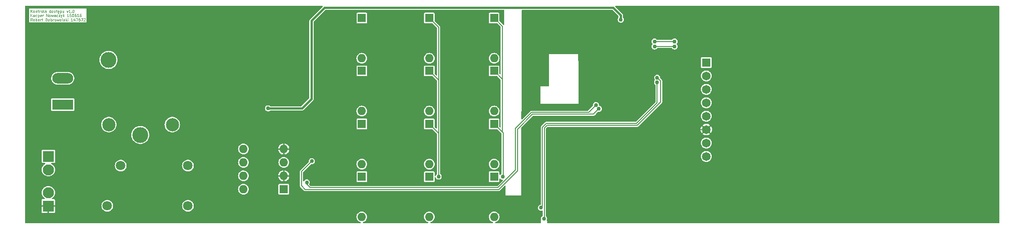
<source format=gbr>
%TF.GenerationSoftware,KiCad,Pcbnew,7.0.9*%
%TF.CreationDate,2023-12-04T18:13:03+01:00*%
%TF.ProjectId,projekt1,70726f6a-656b-4743-912e-6b696361645f,rev?*%
%TF.SameCoordinates,Original*%
%TF.FileFunction,Copper,L2,Bot*%
%TF.FilePolarity,Positive*%
%FSLAX46Y46*%
G04 Gerber Fmt 4.6, Leading zero omitted, Abs format (unit mm)*
G04 Created by KiCad (PCBNEW 7.0.9) date 2023-12-04 18:13:03*
%MOMM*%
%LPD*%
G01*
G04 APERTURE LIST*
%ADD10C,0.100000*%
%TA.AperFunction,NonConductor*%
%ADD11C,0.100000*%
%TD*%
%TA.AperFunction,ComponentPad*%
%ADD12C,3.000000*%
%TD*%
%TA.AperFunction,ComponentPad*%
%ADD13C,2.500000*%
%TD*%
%TA.AperFunction,ComponentPad*%
%ADD14R,1.600000X1.600000*%
%TD*%
%TA.AperFunction,ComponentPad*%
%ADD15O,1.600000X1.600000*%
%TD*%
%TA.AperFunction,ComponentPad*%
%ADD16R,2.100000X2.100000*%
%TD*%
%TA.AperFunction,ComponentPad*%
%ADD17C,2.100000*%
%TD*%
%TA.AperFunction,ComponentPad*%
%ADD18C,1.800000*%
%TD*%
%TA.AperFunction,ComponentPad*%
%ADD19R,3.960000X1.980000*%
%TD*%
%TA.AperFunction,ComponentPad*%
%ADD20O,3.960000X1.980000*%
%TD*%
%TA.AperFunction,ComponentPad*%
%ADD21R,1.650000X1.650000*%
%TD*%
%TA.AperFunction,ComponentPad*%
%ADD22C,1.650000*%
%TD*%
%TA.AperFunction,ViaPad*%
%ADD23C,0.750000*%
%TD*%
%TA.AperFunction,Conductor*%
%ADD24C,0.200000*%
%TD*%
%TA.AperFunction,Conductor*%
%ADD25C,0.400000*%
%TD*%
G04 APERTURE END LIST*
D10*
D11*
X60034836Y-80218609D02*
X60034836Y-79718609D01*
X60320550Y-80218609D02*
X60106265Y-79932895D01*
X60320550Y-79718609D02*
X60034836Y-80004323D01*
X60606265Y-80218609D02*
X60558646Y-80194800D01*
X60558646Y-80194800D02*
X60534836Y-80170990D01*
X60534836Y-80170990D02*
X60511027Y-80123371D01*
X60511027Y-80123371D02*
X60511027Y-79980514D01*
X60511027Y-79980514D02*
X60534836Y-79932895D01*
X60534836Y-79932895D02*
X60558646Y-79909085D01*
X60558646Y-79909085D02*
X60606265Y-79885276D01*
X60606265Y-79885276D02*
X60677693Y-79885276D01*
X60677693Y-79885276D02*
X60725312Y-79909085D01*
X60725312Y-79909085D02*
X60749122Y-79932895D01*
X60749122Y-79932895D02*
X60772931Y-79980514D01*
X60772931Y-79980514D02*
X60772931Y-80123371D01*
X60772931Y-80123371D02*
X60749122Y-80170990D01*
X60749122Y-80170990D02*
X60725312Y-80194800D01*
X60725312Y-80194800D02*
X60677693Y-80218609D01*
X60677693Y-80218609D02*
X60606265Y-80218609D01*
X60987217Y-79885276D02*
X60987217Y-80218609D01*
X60987217Y-79932895D02*
X61011027Y-79909085D01*
X61011027Y-79909085D02*
X61058646Y-79885276D01*
X61058646Y-79885276D02*
X61130074Y-79885276D01*
X61130074Y-79885276D02*
X61177693Y-79909085D01*
X61177693Y-79909085D02*
X61201503Y-79956704D01*
X61201503Y-79956704D02*
X61201503Y-80218609D01*
X61368170Y-79885276D02*
X61558646Y-79885276D01*
X61439598Y-79718609D02*
X61439598Y-80147180D01*
X61439598Y-80147180D02*
X61463408Y-80194800D01*
X61463408Y-80194800D02*
X61511027Y-80218609D01*
X61511027Y-80218609D02*
X61558646Y-80218609D01*
X61725312Y-80218609D02*
X61725312Y-79885276D01*
X61725312Y-79980514D02*
X61749122Y-79932895D01*
X61749122Y-79932895D02*
X61772931Y-79909085D01*
X61772931Y-79909085D02*
X61820550Y-79885276D01*
X61820550Y-79885276D02*
X61868169Y-79885276D01*
X62106265Y-80218609D02*
X62058646Y-80194800D01*
X62058646Y-80194800D02*
X62034836Y-80170990D01*
X62034836Y-80170990D02*
X62011027Y-80123371D01*
X62011027Y-80123371D02*
X62011027Y-79980514D01*
X62011027Y-79980514D02*
X62034836Y-79932895D01*
X62034836Y-79932895D02*
X62058646Y-79909085D01*
X62058646Y-79909085D02*
X62106265Y-79885276D01*
X62106265Y-79885276D02*
X62177693Y-79885276D01*
X62177693Y-79885276D02*
X62225312Y-79909085D01*
X62225312Y-79909085D02*
X62249122Y-79932895D01*
X62249122Y-79932895D02*
X62272931Y-79980514D01*
X62272931Y-79980514D02*
X62272931Y-80123371D01*
X62272931Y-80123371D02*
X62249122Y-80170990D01*
X62249122Y-80170990D02*
X62225312Y-80194800D01*
X62225312Y-80194800D02*
X62177693Y-80218609D01*
X62177693Y-80218609D02*
X62106265Y-80218609D01*
X62558646Y-80218609D02*
X62511027Y-80194800D01*
X62511027Y-80194800D02*
X62487217Y-80147180D01*
X62487217Y-80147180D02*
X62487217Y-79718609D01*
X62963408Y-80218609D02*
X62963408Y-79956704D01*
X62963408Y-79956704D02*
X62939598Y-79909085D01*
X62939598Y-79909085D02*
X62891979Y-79885276D01*
X62891979Y-79885276D02*
X62796741Y-79885276D01*
X62796741Y-79885276D02*
X62749122Y-79909085D01*
X62963408Y-80194800D02*
X62915789Y-80218609D01*
X62915789Y-80218609D02*
X62796741Y-80218609D01*
X62796741Y-80218609D02*
X62749122Y-80194800D01*
X62749122Y-80194800D02*
X62725313Y-80147180D01*
X62725313Y-80147180D02*
X62725313Y-80099561D01*
X62725313Y-80099561D02*
X62749122Y-80051942D01*
X62749122Y-80051942D02*
X62796741Y-80028133D01*
X62796741Y-80028133D02*
X62915789Y-80028133D01*
X62915789Y-80028133D02*
X62963408Y-80004323D01*
X63796741Y-80218609D02*
X63796741Y-79718609D01*
X63796741Y-80194800D02*
X63749122Y-80218609D01*
X63749122Y-80218609D02*
X63653884Y-80218609D01*
X63653884Y-80218609D02*
X63606265Y-80194800D01*
X63606265Y-80194800D02*
X63582455Y-80170990D01*
X63582455Y-80170990D02*
X63558646Y-80123371D01*
X63558646Y-80123371D02*
X63558646Y-79980514D01*
X63558646Y-79980514D02*
X63582455Y-79932895D01*
X63582455Y-79932895D02*
X63606265Y-79909085D01*
X63606265Y-79909085D02*
X63653884Y-79885276D01*
X63653884Y-79885276D02*
X63749122Y-79885276D01*
X63749122Y-79885276D02*
X63796741Y-79909085D01*
X64106265Y-80218609D02*
X64058646Y-80194800D01*
X64058646Y-80194800D02*
X64034836Y-80170990D01*
X64034836Y-80170990D02*
X64011027Y-80123371D01*
X64011027Y-80123371D02*
X64011027Y-79980514D01*
X64011027Y-79980514D02*
X64034836Y-79932895D01*
X64034836Y-79932895D02*
X64058646Y-79909085D01*
X64058646Y-79909085D02*
X64106265Y-79885276D01*
X64106265Y-79885276D02*
X64177693Y-79885276D01*
X64177693Y-79885276D02*
X64225312Y-79909085D01*
X64225312Y-79909085D02*
X64249122Y-79932895D01*
X64249122Y-79932895D02*
X64272931Y-79980514D01*
X64272931Y-79980514D02*
X64272931Y-80123371D01*
X64272931Y-80123371D02*
X64249122Y-80170990D01*
X64249122Y-80170990D02*
X64225312Y-80194800D01*
X64225312Y-80194800D02*
X64177693Y-80218609D01*
X64177693Y-80218609D02*
X64106265Y-80218609D01*
X64463408Y-80194800D02*
X64511027Y-80218609D01*
X64511027Y-80218609D02*
X64606265Y-80218609D01*
X64606265Y-80218609D02*
X64653884Y-80194800D01*
X64653884Y-80194800D02*
X64677693Y-80147180D01*
X64677693Y-80147180D02*
X64677693Y-80123371D01*
X64677693Y-80123371D02*
X64653884Y-80075752D01*
X64653884Y-80075752D02*
X64606265Y-80051942D01*
X64606265Y-80051942D02*
X64534836Y-80051942D01*
X64534836Y-80051942D02*
X64487217Y-80028133D01*
X64487217Y-80028133D02*
X64463408Y-79980514D01*
X64463408Y-79980514D02*
X64463408Y-79956704D01*
X64463408Y-79956704D02*
X64487217Y-79909085D01*
X64487217Y-79909085D02*
X64534836Y-79885276D01*
X64534836Y-79885276D02*
X64606265Y-79885276D01*
X64606265Y-79885276D02*
X64653884Y-79909085D01*
X64820551Y-79885276D02*
X65011027Y-79885276D01*
X64891979Y-79718609D02*
X64891979Y-80147180D01*
X64891979Y-80147180D02*
X64915789Y-80194800D01*
X64915789Y-80194800D02*
X64963408Y-80218609D01*
X64963408Y-80218609D02*
X65011027Y-80218609D01*
X65368169Y-80194800D02*
X65320550Y-80218609D01*
X65320550Y-80218609D02*
X65225312Y-80218609D01*
X65225312Y-80218609D02*
X65177693Y-80194800D01*
X65177693Y-80194800D02*
X65153884Y-80147180D01*
X65153884Y-80147180D02*
X65153884Y-79956704D01*
X65153884Y-79956704D02*
X65177693Y-79909085D01*
X65177693Y-79909085D02*
X65225312Y-79885276D01*
X65225312Y-79885276D02*
X65320550Y-79885276D01*
X65320550Y-79885276D02*
X65368169Y-79909085D01*
X65368169Y-79909085D02*
X65391979Y-79956704D01*
X65391979Y-79956704D02*
X65391979Y-80004323D01*
X65391979Y-80004323D02*
X65153884Y-80051942D01*
X65272931Y-80218609D02*
X65225312Y-80266228D01*
X65225312Y-80266228D02*
X65201503Y-80313847D01*
X65201503Y-80313847D02*
X65225312Y-80361466D01*
X65225312Y-80361466D02*
X65272931Y-80385276D01*
X65272931Y-80385276D02*
X65320550Y-80385276D01*
X65606264Y-79885276D02*
X65606264Y-80385276D01*
X65606264Y-79909085D02*
X65653883Y-79885276D01*
X65653883Y-79885276D02*
X65749121Y-79885276D01*
X65749121Y-79885276D02*
X65796740Y-79909085D01*
X65796740Y-79909085D02*
X65820550Y-79932895D01*
X65820550Y-79932895D02*
X65844359Y-79980514D01*
X65844359Y-79980514D02*
X65844359Y-80123371D01*
X65844359Y-80123371D02*
X65820550Y-80170990D01*
X65820550Y-80170990D02*
X65796740Y-80194800D01*
X65796740Y-80194800D02*
X65749121Y-80218609D01*
X65749121Y-80218609D02*
X65653883Y-80218609D01*
X65653883Y-80218609D02*
X65606264Y-80194800D01*
X66272931Y-79885276D02*
X66272931Y-80218609D01*
X66058645Y-79885276D02*
X66058645Y-80147180D01*
X66058645Y-80147180D02*
X66082455Y-80194800D01*
X66082455Y-80194800D02*
X66130074Y-80218609D01*
X66130074Y-80218609D02*
X66201502Y-80218609D01*
X66201502Y-80218609D02*
X66249121Y-80194800D01*
X66249121Y-80194800D02*
X66272931Y-80170990D01*
X66844359Y-79885276D02*
X66963407Y-80218609D01*
X66963407Y-80218609D02*
X67082454Y-79885276D01*
X67534835Y-80218609D02*
X67249121Y-80218609D01*
X67391978Y-80218609D02*
X67391978Y-79718609D01*
X67391978Y-79718609D02*
X67344359Y-79790038D01*
X67344359Y-79790038D02*
X67296740Y-79837657D01*
X67296740Y-79837657D02*
X67249121Y-79861466D01*
X67749120Y-80170990D02*
X67772930Y-80194800D01*
X67772930Y-80194800D02*
X67749120Y-80218609D01*
X67749120Y-80218609D02*
X67725311Y-80194800D01*
X67725311Y-80194800D02*
X67749120Y-80170990D01*
X67749120Y-80170990D02*
X67749120Y-80218609D01*
X68082453Y-79718609D02*
X68130072Y-79718609D01*
X68130072Y-79718609D02*
X68177691Y-79742419D01*
X68177691Y-79742419D02*
X68201501Y-79766228D01*
X68201501Y-79766228D02*
X68225310Y-79813847D01*
X68225310Y-79813847D02*
X68249120Y-79909085D01*
X68249120Y-79909085D02*
X68249120Y-80028133D01*
X68249120Y-80028133D02*
X68225310Y-80123371D01*
X68225310Y-80123371D02*
X68201501Y-80170990D01*
X68201501Y-80170990D02*
X68177691Y-80194800D01*
X68177691Y-80194800D02*
X68130072Y-80218609D01*
X68130072Y-80218609D02*
X68082453Y-80218609D01*
X68082453Y-80218609D02*
X68034834Y-80194800D01*
X68034834Y-80194800D02*
X68011025Y-80170990D01*
X68011025Y-80170990D02*
X67987215Y-80123371D01*
X67987215Y-80123371D02*
X67963406Y-80028133D01*
X67963406Y-80028133D02*
X67963406Y-79909085D01*
X67963406Y-79909085D02*
X67987215Y-79813847D01*
X67987215Y-79813847D02*
X68011025Y-79766228D01*
X68011025Y-79766228D02*
X68034834Y-79742419D01*
X68034834Y-79742419D02*
X68082453Y-79718609D01*
X60034836Y-81023609D02*
X60034836Y-80523609D01*
X60320550Y-81023609D02*
X60106265Y-80737895D01*
X60320550Y-80523609D02*
X60034836Y-80809323D01*
X60749122Y-81023609D02*
X60749122Y-80761704D01*
X60749122Y-80761704D02*
X60725312Y-80714085D01*
X60725312Y-80714085D02*
X60677693Y-80690276D01*
X60677693Y-80690276D02*
X60582455Y-80690276D01*
X60582455Y-80690276D02*
X60534836Y-80714085D01*
X60749122Y-80999800D02*
X60701503Y-81023609D01*
X60701503Y-81023609D02*
X60582455Y-81023609D01*
X60582455Y-81023609D02*
X60534836Y-80999800D01*
X60534836Y-80999800D02*
X60511027Y-80952180D01*
X60511027Y-80952180D02*
X60511027Y-80904561D01*
X60511027Y-80904561D02*
X60534836Y-80856942D01*
X60534836Y-80856942D02*
X60582455Y-80833133D01*
X60582455Y-80833133D02*
X60701503Y-80833133D01*
X60701503Y-80833133D02*
X60749122Y-80809323D01*
X61201503Y-80999800D02*
X61153884Y-81023609D01*
X61153884Y-81023609D02*
X61058646Y-81023609D01*
X61058646Y-81023609D02*
X61011027Y-80999800D01*
X61011027Y-80999800D02*
X60987217Y-80975990D01*
X60987217Y-80975990D02*
X60963408Y-80928371D01*
X60963408Y-80928371D02*
X60963408Y-80785514D01*
X60963408Y-80785514D02*
X60987217Y-80737895D01*
X60987217Y-80737895D02*
X61011027Y-80714085D01*
X61011027Y-80714085D02*
X61058646Y-80690276D01*
X61058646Y-80690276D02*
X61153884Y-80690276D01*
X61153884Y-80690276D02*
X61201503Y-80714085D01*
X61415788Y-80690276D02*
X61415788Y-81190276D01*
X61415788Y-80714085D02*
X61463407Y-80690276D01*
X61463407Y-80690276D02*
X61558645Y-80690276D01*
X61558645Y-80690276D02*
X61606264Y-80714085D01*
X61606264Y-80714085D02*
X61630074Y-80737895D01*
X61630074Y-80737895D02*
X61653883Y-80785514D01*
X61653883Y-80785514D02*
X61653883Y-80928371D01*
X61653883Y-80928371D02*
X61630074Y-80975990D01*
X61630074Y-80975990D02*
X61606264Y-80999800D01*
X61606264Y-80999800D02*
X61558645Y-81023609D01*
X61558645Y-81023609D02*
X61463407Y-81023609D01*
X61463407Y-81023609D02*
X61415788Y-80999800D01*
X62058645Y-80999800D02*
X62011026Y-81023609D01*
X62011026Y-81023609D02*
X61915788Y-81023609D01*
X61915788Y-81023609D02*
X61868169Y-80999800D01*
X61868169Y-80999800D02*
X61844360Y-80952180D01*
X61844360Y-80952180D02*
X61844360Y-80761704D01*
X61844360Y-80761704D02*
X61868169Y-80714085D01*
X61868169Y-80714085D02*
X61915788Y-80690276D01*
X61915788Y-80690276D02*
X62011026Y-80690276D01*
X62011026Y-80690276D02*
X62058645Y-80714085D01*
X62058645Y-80714085D02*
X62082455Y-80761704D01*
X62082455Y-80761704D02*
X62082455Y-80809323D01*
X62082455Y-80809323D02*
X61844360Y-80856942D01*
X62296740Y-81023609D02*
X62296740Y-80690276D01*
X62296740Y-80785514D02*
X62320550Y-80737895D01*
X62320550Y-80737895D02*
X62344359Y-80714085D01*
X62344359Y-80714085D02*
X62391978Y-80690276D01*
X62391978Y-80690276D02*
X62439597Y-80690276D01*
X62987216Y-81023609D02*
X62987216Y-80523609D01*
X62987216Y-80523609D02*
X63272930Y-81023609D01*
X63272930Y-81023609D02*
X63272930Y-80523609D01*
X63582455Y-81023609D02*
X63534836Y-80999800D01*
X63534836Y-80999800D02*
X63511026Y-80975990D01*
X63511026Y-80975990D02*
X63487217Y-80928371D01*
X63487217Y-80928371D02*
X63487217Y-80785514D01*
X63487217Y-80785514D02*
X63511026Y-80737895D01*
X63511026Y-80737895D02*
X63534836Y-80714085D01*
X63534836Y-80714085D02*
X63582455Y-80690276D01*
X63582455Y-80690276D02*
X63653883Y-80690276D01*
X63653883Y-80690276D02*
X63701502Y-80714085D01*
X63701502Y-80714085D02*
X63725312Y-80737895D01*
X63725312Y-80737895D02*
X63749121Y-80785514D01*
X63749121Y-80785514D02*
X63749121Y-80928371D01*
X63749121Y-80928371D02*
X63725312Y-80975990D01*
X63725312Y-80975990D02*
X63701502Y-80999800D01*
X63701502Y-80999800D02*
X63653883Y-81023609D01*
X63653883Y-81023609D02*
X63582455Y-81023609D01*
X63915788Y-80690276D02*
X64011026Y-81023609D01*
X64011026Y-81023609D02*
X64106264Y-80785514D01*
X64106264Y-80785514D02*
X64201502Y-81023609D01*
X64201502Y-81023609D02*
X64296740Y-80690276D01*
X64701503Y-81023609D02*
X64701503Y-80761704D01*
X64701503Y-80761704D02*
X64677693Y-80714085D01*
X64677693Y-80714085D02*
X64630074Y-80690276D01*
X64630074Y-80690276D02*
X64534836Y-80690276D01*
X64534836Y-80690276D02*
X64487217Y-80714085D01*
X64701503Y-80999800D02*
X64653884Y-81023609D01*
X64653884Y-81023609D02*
X64534836Y-81023609D01*
X64534836Y-81023609D02*
X64487217Y-80999800D01*
X64487217Y-80999800D02*
X64463408Y-80952180D01*
X64463408Y-80952180D02*
X64463408Y-80904561D01*
X64463408Y-80904561D02*
X64487217Y-80856942D01*
X64487217Y-80856942D02*
X64534836Y-80833133D01*
X64534836Y-80833133D02*
X64653884Y-80833133D01*
X64653884Y-80833133D02*
X64701503Y-80809323D01*
X65153884Y-80999800D02*
X65106265Y-81023609D01*
X65106265Y-81023609D02*
X65011027Y-81023609D01*
X65011027Y-81023609D02*
X64963408Y-80999800D01*
X64963408Y-80999800D02*
X64939598Y-80975990D01*
X64939598Y-80975990D02*
X64915789Y-80928371D01*
X64915789Y-80928371D02*
X64915789Y-80785514D01*
X64915789Y-80785514D02*
X64939598Y-80737895D01*
X64939598Y-80737895D02*
X64963408Y-80714085D01*
X64963408Y-80714085D02*
X65011027Y-80690276D01*
X65011027Y-80690276D02*
X65106265Y-80690276D01*
X65106265Y-80690276D02*
X65153884Y-80714085D01*
X65320550Y-80690276D02*
X65582455Y-80690276D01*
X65582455Y-80690276D02*
X65320550Y-81023609D01*
X65320550Y-81023609D02*
X65582455Y-81023609D01*
X65725312Y-80690276D02*
X65844360Y-81023609D01*
X65963407Y-80690276D02*
X65844360Y-81023609D01*
X65844360Y-81023609D02*
X65796741Y-81142657D01*
X65796741Y-81142657D02*
X65772931Y-81166466D01*
X65772931Y-81166466D02*
X65725312Y-81190276D01*
X66153883Y-81023609D02*
X66153883Y-80523609D01*
X66201502Y-80833133D02*
X66344359Y-81023609D01*
X66344359Y-80690276D02*
X66153883Y-80880752D01*
X67201502Y-81023609D02*
X66915788Y-81023609D01*
X67058645Y-81023609D02*
X67058645Y-80523609D01*
X67058645Y-80523609D02*
X67011026Y-80595038D01*
X67011026Y-80595038D02*
X66963407Y-80642657D01*
X66963407Y-80642657D02*
X66915788Y-80666466D01*
X67653882Y-80523609D02*
X67415787Y-80523609D01*
X67415787Y-80523609D02*
X67391978Y-80761704D01*
X67391978Y-80761704D02*
X67415787Y-80737895D01*
X67415787Y-80737895D02*
X67463406Y-80714085D01*
X67463406Y-80714085D02*
X67582454Y-80714085D01*
X67582454Y-80714085D02*
X67630073Y-80737895D01*
X67630073Y-80737895D02*
X67653882Y-80761704D01*
X67653882Y-80761704D02*
X67677692Y-80809323D01*
X67677692Y-80809323D02*
X67677692Y-80928371D01*
X67677692Y-80928371D02*
X67653882Y-80975990D01*
X67653882Y-80975990D02*
X67630073Y-80999800D01*
X67630073Y-80999800D02*
X67582454Y-81023609D01*
X67582454Y-81023609D02*
X67463406Y-81023609D01*
X67463406Y-81023609D02*
X67415787Y-80999800D01*
X67415787Y-80999800D02*
X67391978Y-80975990D01*
X67987215Y-80523609D02*
X68034834Y-80523609D01*
X68034834Y-80523609D02*
X68082453Y-80547419D01*
X68082453Y-80547419D02*
X68106263Y-80571228D01*
X68106263Y-80571228D02*
X68130072Y-80618847D01*
X68130072Y-80618847D02*
X68153882Y-80714085D01*
X68153882Y-80714085D02*
X68153882Y-80833133D01*
X68153882Y-80833133D02*
X68130072Y-80928371D01*
X68130072Y-80928371D02*
X68106263Y-80975990D01*
X68106263Y-80975990D02*
X68082453Y-80999800D01*
X68082453Y-80999800D02*
X68034834Y-81023609D01*
X68034834Y-81023609D02*
X67987215Y-81023609D01*
X67987215Y-81023609D02*
X67939596Y-80999800D01*
X67939596Y-80999800D02*
X67915787Y-80975990D01*
X67915787Y-80975990D02*
X67891977Y-80928371D01*
X67891977Y-80928371D02*
X67868168Y-80833133D01*
X67868168Y-80833133D02*
X67868168Y-80714085D01*
X67868168Y-80714085D02*
X67891977Y-80618847D01*
X67891977Y-80618847D02*
X67915787Y-80571228D01*
X67915787Y-80571228D02*
X67939596Y-80547419D01*
X67939596Y-80547419D02*
X67987215Y-80523609D01*
X68582453Y-80523609D02*
X68487215Y-80523609D01*
X68487215Y-80523609D02*
X68439596Y-80547419D01*
X68439596Y-80547419D02*
X68415786Y-80571228D01*
X68415786Y-80571228D02*
X68368167Y-80642657D01*
X68368167Y-80642657D02*
X68344358Y-80737895D01*
X68344358Y-80737895D02*
X68344358Y-80928371D01*
X68344358Y-80928371D02*
X68368167Y-80975990D01*
X68368167Y-80975990D02*
X68391977Y-80999800D01*
X68391977Y-80999800D02*
X68439596Y-81023609D01*
X68439596Y-81023609D02*
X68534834Y-81023609D01*
X68534834Y-81023609D02*
X68582453Y-80999800D01*
X68582453Y-80999800D02*
X68606262Y-80975990D01*
X68606262Y-80975990D02*
X68630072Y-80928371D01*
X68630072Y-80928371D02*
X68630072Y-80809323D01*
X68630072Y-80809323D02*
X68606262Y-80761704D01*
X68606262Y-80761704D02*
X68582453Y-80737895D01*
X68582453Y-80737895D02*
X68534834Y-80714085D01*
X68534834Y-80714085D02*
X68439596Y-80714085D01*
X68439596Y-80714085D02*
X68391977Y-80737895D01*
X68391977Y-80737895D02*
X68368167Y-80761704D01*
X68368167Y-80761704D02*
X68344358Y-80809323D01*
X69106262Y-81023609D02*
X68820548Y-81023609D01*
X68963405Y-81023609D02*
X68963405Y-80523609D01*
X68963405Y-80523609D02*
X68915786Y-80595038D01*
X68915786Y-80595038D02*
X68868167Y-80642657D01*
X68868167Y-80642657D02*
X68820548Y-80666466D01*
X69534833Y-80523609D02*
X69439595Y-80523609D01*
X69439595Y-80523609D02*
X69391976Y-80547419D01*
X69391976Y-80547419D02*
X69368166Y-80571228D01*
X69368166Y-80571228D02*
X69320547Y-80642657D01*
X69320547Y-80642657D02*
X69296738Y-80737895D01*
X69296738Y-80737895D02*
X69296738Y-80928371D01*
X69296738Y-80928371D02*
X69320547Y-80975990D01*
X69320547Y-80975990D02*
X69344357Y-80999800D01*
X69344357Y-80999800D02*
X69391976Y-81023609D01*
X69391976Y-81023609D02*
X69487214Y-81023609D01*
X69487214Y-81023609D02*
X69534833Y-80999800D01*
X69534833Y-80999800D02*
X69558642Y-80975990D01*
X69558642Y-80975990D02*
X69582452Y-80928371D01*
X69582452Y-80928371D02*
X69582452Y-80809323D01*
X69582452Y-80809323D02*
X69558642Y-80761704D01*
X69558642Y-80761704D02*
X69534833Y-80737895D01*
X69534833Y-80737895D02*
X69487214Y-80714085D01*
X69487214Y-80714085D02*
X69391976Y-80714085D01*
X69391976Y-80714085D02*
X69344357Y-80737895D01*
X69344357Y-80737895D02*
X69320547Y-80761704D01*
X69320547Y-80761704D02*
X69296738Y-80809323D01*
X60320550Y-81828609D02*
X60153884Y-81590514D01*
X60034836Y-81828609D02*
X60034836Y-81328609D01*
X60034836Y-81328609D02*
X60225312Y-81328609D01*
X60225312Y-81328609D02*
X60272931Y-81352419D01*
X60272931Y-81352419D02*
X60296741Y-81376228D01*
X60296741Y-81376228D02*
X60320550Y-81423847D01*
X60320550Y-81423847D02*
X60320550Y-81495276D01*
X60320550Y-81495276D02*
X60296741Y-81542895D01*
X60296741Y-81542895D02*
X60272931Y-81566704D01*
X60272931Y-81566704D02*
X60225312Y-81590514D01*
X60225312Y-81590514D02*
X60034836Y-81590514D01*
X60606265Y-81828609D02*
X60558646Y-81804800D01*
X60558646Y-81804800D02*
X60534836Y-81780990D01*
X60534836Y-81780990D02*
X60511027Y-81733371D01*
X60511027Y-81733371D02*
X60511027Y-81590514D01*
X60511027Y-81590514D02*
X60534836Y-81542895D01*
X60534836Y-81542895D02*
X60558646Y-81519085D01*
X60558646Y-81519085D02*
X60606265Y-81495276D01*
X60606265Y-81495276D02*
X60677693Y-81495276D01*
X60677693Y-81495276D02*
X60725312Y-81519085D01*
X60725312Y-81519085D02*
X60749122Y-81542895D01*
X60749122Y-81542895D02*
X60772931Y-81590514D01*
X60772931Y-81590514D02*
X60772931Y-81733371D01*
X60772931Y-81733371D02*
X60749122Y-81780990D01*
X60749122Y-81780990D02*
X60725312Y-81804800D01*
X60725312Y-81804800D02*
X60677693Y-81828609D01*
X60677693Y-81828609D02*
X60606265Y-81828609D01*
X60987217Y-81828609D02*
X60987217Y-81328609D01*
X60987217Y-81519085D02*
X61034836Y-81495276D01*
X61034836Y-81495276D02*
X61130074Y-81495276D01*
X61130074Y-81495276D02*
X61177693Y-81519085D01*
X61177693Y-81519085D02*
X61201503Y-81542895D01*
X61201503Y-81542895D02*
X61225312Y-81590514D01*
X61225312Y-81590514D02*
X61225312Y-81733371D01*
X61225312Y-81733371D02*
X61201503Y-81780990D01*
X61201503Y-81780990D02*
X61177693Y-81804800D01*
X61177693Y-81804800D02*
X61130074Y-81828609D01*
X61130074Y-81828609D02*
X61034836Y-81828609D01*
X61034836Y-81828609D02*
X60987217Y-81804800D01*
X61630074Y-81804800D02*
X61582455Y-81828609D01*
X61582455Y-81828609D02*
X61487217Y-81828609D01*
X61487217Y-81828609D02*
X61439598Y-81804800D01*
X61439598Y-81804800D02*
X61415789Y-81757180D01*
X61415789Y-81757180D02*
X61415789Y-81566704D01*
X61415789Y-81566704D02*
X61439598Y-81519085D01*
X61439598Y-81519085D02*
X61487217Y-81495276D01*
X61487217Y-81495276D02*
X61582455Y-81495276D01*
X61582455Y-81495276D02*
X61630074Y-81519085D01*
X61630074Y-81519085D02*
X61653884Y-81566704D01*
X61653884Y-81566704D02*
X61653884Y-81614323D01*
X61653884Y-81614323D02*
X61415789Y-81661942D01*
X61868169Y-81828609D02*
X61868169Y-81495276D01*
X61868169Y-81590514D02*
X61891979Y-81542895D01*
X61891979Y-81542895D02*
X61915788Y-81519085D01*
X61915788Y-81519085D02*
X61963407Y-81495276D01*
X61963407Y-81495276D02*
X62011026Y-81495276D01*
X62106265Y-81495276D02*
X62296741Y-81495276D01*
X62177693Y-81328609D02*
X62177693Y-81757180D01*
X62177693Y-81757180D02*
X62201503Y-81804800D01*
X62201503Y-81804800D02*
X62249122Y-81828609D01*
X62249122Y-81828609D02*
X62296741Y-81828609D01*
X62844359Y-81828609D02*
X62844359Y-81328609D01*
X62844359Y-81328609D02*
X62963407Y-81328609D01*
X62963407Y-81328609D02*
X63034835Y-81352419D01*
X63034835Y-81352419D02*
X63082454Y-81400038D01*
X63082454Y-81400038D02*
X63106264Y-81447657D01*
X63106264Y-81447657D02*
X63130073Y-81542895D01*
X63130073Y-81542895D02*
X63130073Y-81614323D01*
X63130073Y-81614323D02*
X63106264Y-81709561D01*
X63106264Y-81709561D02*
X63082454Y-81757180D01*
X63082454Y-81757180D02*
X63034835Y-81804800D01*
X63034835Y-81804800D02*
X62963407Y-81828609D01*
X62963407Y-81828609D02*
X62844359Y-81828609D01*
X63415788Y-81828609D02*
X63368169Y-81804800D01*
X63368169Y-81804800D02*
X63344359Y-81780990D01*
X63344359Y-81780990D02*
X63320550Y-81733371D01*
X63320550Y-81733371D02*
X63320550Y-81590514D01*
X63320550Y-81590514D02*
X63344359Y-81542895D01*
X63344359Y-81542895D02*
X63368169Y-81519085D01*
X63368169Y-81519085D02*
X63415788Y-81495276D01*
X63415788Y-81495276D02*
X63487216Y-81495276D01*
X63487216Y-81495276D02*
X63534835Y-81519085D01*
X63534835Y-81519085D02*
X63558645Y-81542895D01*
X63558645Y-81542895D02*
X63582454Y-81590514D01*
X63582454Y-81590514D02*
X63582454Y-81733371D01*
X63582454Y-81733371D02*
X63558645Y-81780990D01*
X63558645Y-81780990D02*
X63534835Y-81804800D01*
X63534835Y-81804800D02*
X63487216Y-81828609D01*
X63487216Y-81828609D02*
X63415788Y-81828609D01*
X63796740Y-81828609D02*
X63796740Y-81328609D01*
X63796740Y-81519085D02*
X63844359Y-81495276D01*
X63844359Y-81495276D02*
X63939597Y-81495276D01*
X63939597Y-81495276D02*
X63987216Y-81519085D01*
X63987216Y-81519085D02*
X64011026Y-81542895D01*
X64011026Y-81542895D02*
X64034835Y-81590514D01*
X64034835Y-81590514D02*
X64034835Y-81733371D01*
X64034835Y-81733371D02*
X64011026Y-81780990D01*
X64011026Y-81780990D02*
X63987216Y-81804800D01*
X63987216Y-81804800D02*
X63939597Y-81828609D01*
X63939597Y-81828609D02*
X63844359Y-81828609D01*
X63844359Y-81828609D02*
X63796740Y-81804800D01*
X64249121Y-81828609D02*
X64249121Y-81495276D01*
X64249121Y-81590514D02*
X64272931Y-81542895D01*
X64272931Y-81542895D02*
X64296740Y-81519085D01*
X64296740Y-81519085D02*
X64344359Y-81495276D01*
X64344359Y-81495276D02*
X64391978Y-81495276D01*
X64630074Y-81828609D02*
X64582455Y-81804800D01*
X64582455Y-81804800D02*
X64558645Y-81780990D01*
X64558645Y-81780990D02*
X64534836Y-81733371D01*
X64534836Y-81733371D02*
X64534836Y-81590514D01*
X64534836Y-81590514D02*
X64558645Y-81542895D01*
X64558645Y-81542895D02*
X64582455Y-81519085D01*
X64582455Y-81519085D02*
X64630074Y-81495276D01*
X64630074Y-81495276D02*
X64701502Y-81495276D01*
X64701502Y-81495276D02*
X64749121Y-81519085D01*
X64749121Y-81519085D02*
X64772931Y-81542895D01*
X64772931Y-81542895D02*
X64796740Y-81590514D01*
X64796740Y-81590514D02*
X64796740Y-81733371D01*
X64796740Y-81733371D02*
X64772931Y-81780990D01*
X64772931Y-81780990D02*
X64749121Y-81804800D01*
X64749121Y-81804800D02*
X64701502Y-81828609D01*
X64701502Y-81828609D02*
X64630074Y-81828609D01*
X64963407Y-81495276D02*
X65058645Y-81828609D01*
X65058645Y-81828609D02*
X65153883Y-81590514D01*
X65153883Y-81590514D02*
X65249121Y-81828609D01*
X65249121Y-81828609D02*
X65344359Y-81495276D01*
X65606265Y-81828609D02*
X65558646Y-81804800D01*
X65558646Y-81804800D02*
X65534836Y-81780990D01*
X65534836Y-81780990D02*
X65511027Y-81733371D01*
X65511027Y-81733371D02*
X65511027Y-81590514D01*
X65511027Y-81590514D02*
X65534836Y-81542895D01*
X65534836Y-81542895D02*
X65558646Y-81519085D01*
X65558646Y-81519085D02*
X65606265Y-81495276D01*
X65606265Y-81495276D02*
X65677693Y-81495276D01*
X65677693Y-81495276D02*
X65725312Y-81519085D01*
X65725312Y-81519085D02*
X65749122Y-81542895D01*
X65749122Y-81542895D02*
X65772931Y-81590514D01*
X65772931Y-81590514D02*
X65772931Y-81733371D01*
X65772931Y-81733371D02*
X65749122Y-81780990D01*
X65749122Y-81780990D02*
X65725312Y-81804800D01*
X65725312Y-81804800D02*
X65677693Y-81828609D01*
X65677693Y-81828609D02*
X65606265Y-81828609D01*
X66058646Y-81828609D02*
X66011027Y-81804800D01*
X66011027Y-81804800D02*
X65987217Y-81757180D01*
X65987217Y-81757180D02*
X65987217Y-81328609D01*
X66225313Y-81804800D02*
X66272932Y-81828609D01*
X66272932Y-81828609D02*
X66368170Y-81828609D01*
X66368170Y-81828609D02*
X66415789Y-81804800D01*
X66415789Y-81804800D02*
X66439598Y-81757180D01*
X66439598Y-81757180D02*
X66439598Y-81733371D01*
X66439598Y-81733371D02*
X66415789Y-81685752D01*
X66415789Y-81685752D02*
X66368170Y-81661942D01*
X66368170Y-81661942D02*
X66296741Y-81661942D01*
X66296741Y-81661942D02*
X66249122Y-81638133D01*
X66249122Y-81638133D02*
X66225313Y-81590514D01*
X66225313Y-81590514D02*
X66225313Y-81566704D01*
X66225313Y-81566704D02*
X66249122Y-81519085D01*
X66249122Y-81519085D02*
X66296741Y-81495276D01*
X66296741Y-81495276D02*
X66368170Y-81495276D01*
X66368170Y-81495276D02*
X66415789Y-81519085D01*
X66653884Y-81828609D02*
X66653884Y-81328609D01*
X66701503Y-81638133D02*
X66844360Y-81828609D01*
X66844360Y-81495276D02*
X66653884Y-81685752D01*
X67058646Y-81828609D02*
X67058646Y-81495276D01*
X67058646Y-81328609D02*
X67034837Y-81352419D01*
X67034837Y-81352419D02*
X67058646Y-81376228D01*
X67058646Y-81376228D02*
X67082456Y-81352419D01*
X67082456Y-81352419D02*
X67058646Y-81328609D01*
X67058646Y-81328609D02*
X67058646Y-81376228D01*
X67939598Y-81828609D02*
X67653884Y-81828609D01*
X67796741Y-81828609D02*
X67796741Y-81328609D01*
X67796741Y-81328609D02*
X67749122Y-81400038D01*
X67749122Y-81400038D02*
X67701503Y-81447657D01*
X67701503Y-81447657D02*
X67653884Y-81471466D01*
X68368169Y-81495276D02*
X68368169Y-81828609D01*
X68249121Y-81304800D02*
X68130074Y-81661942D01*
X68130074Y-81661942D02*
X68439597Y-81661942D01*
X68582454Y-81328609D02*
X68915787Y-81328609D01*
X68915787Y-81328609D02*
X68701502Y-81828609D01*
X69344358Y-81328609D02*
X69106263Y-81328609D01*
X69106263Y-81328609D02*
X69082454Y-81566704D01*
X69082454Y-81566704D02*
X69106263Y-81542895D01*
X69106263Y-81542895D02*
X69153882Y-81519085D01*
X69153882Y-81519085D02*
X69272930Y-81519085D01*
X69272930Y-81519085D02*
X69320549Y-81542895D01*
X69320549Y-81542895D02*
X69344358Y-81566704D01*
X69344358Y-81566704D02*
X69368168Y-81614323D01*
X69368168Y-81614323D02*
X69368168Y-81733371D01*
X69368168Y-81733371D02*
X69344358Y-81780990D01*
X69344358Y-81780990D02*
X69320549Y-81804800D01*
X69320549Y-81804800D02*
X69272930Y-81828609D01*
X69272930Y-81828609D02*
X69153882Y-81828609D01*
X69153882Y-81828609D02*
X69106263Y-81804800D01*
X69106263Y-81804800D02*
X69082454Y-81780990D01*
X69534834Y-81328609D02*
X69868167Y-81328609D01*
X69868167Y-81328609D02*
X69653882Y-81828609D01*
X70034834Y-81376228D02*
X70058643Y-81352419D01*
X70058643Y-81352419D02*
X70106262Y-81328609D01*
X70106262Y-81328609D02*
X70225310Y-81328609D01*
X70225310Y-81328609D02*
X70272929Y-81352419D01*
X70272929Y-81352419D02*
X70296738Y-81376228D01*
X70296738Y-81376228D02*
X70320548Y-81423847D01*
X70320548Y-81423847D02*
X70320548Y-81471466D01*
X70320548Y-81471466D02*
X70296738Y-81542895D01*
X70296738Y-81542895D02*
X70011024Y-81828609D01*
X70011024Y-81828609D02*
X70320548Y-81828609D01*
D12*
%TO.P,K2,1*%
%TO.N,/COM_V2*%
X80750000Y-103410000D03*
D13*
%TO.P,K2,2*%
%TO.N,Net-(D13-A)*%
X86800000Y-101460000D03*
D12*
%TO.P,K2,4*%
%TO.N,/Relay2_NC*%
X74750000Y-89210000D03*
D13*
%TO.P,K2,5*%
%TO.N,+24V*%
X74800000Y-101460000D03*
%TD*%
D14*
%TO.P,D11,1,K*%
%TO.N,/COL2*%
X147600000Y-101320000D03*
D15*
%TO.P,D11,2,A*%
%TO.N,Net-(D11-A)*%
X147600000Y-108940000D03*
%TD*%
D16*
%TO.P,J2,1,Pin_1*%
%TO.N,+24V*%
X63380000Y-107465000D03*
D17*
%TO.P,J2,2,Pin_2*%
%TO.N,/Relay1_NO*%
X63380000Y-110005000D03*
%TD*%
D18*
%TO.P,K1,1*%
%TO.N,Net-(D14-A)*%
X89750000Y-109225000D03*
%TO.P,K1,2*%
%TO.N,+24V*%
X89750000Y-116825000D03*
%TO.P,K1,3*%
X77050000Y-109225000D03*
%TO.P,K1,4*%
%TO.N,/Relay1_NO*%
X74510000Y-116825000D03*
%TD*%
D14*
%TO.P,D12,1,K*%
%TO.N,/COL2*%
X147600000Y-111310000D03*
D15*
%TO.P,D12,2,A*%
%TO.N,Net-(D12-A)*%
X147600000Y-118930000D03*
%TD*%
D19*
%TO.P,J1,1,Pin_1*%
%TO.N,/COM_V2*%
X66100000Y-97675000D03*
D20*
%TO.P,J1,2,Pin_2*%
%TO.N,/Relay2_NC*%
X66100000Y-92675000D03*
%TD*%
D14*
%TO.P,D6,1,K*%
%TO.N,/COL1*%
X135350000Y-91280000D03*
D15*
%TO.P,D6,2,A*%
%TO.N,Net-(D6-A)*%
X135350000Y-98900000D03*
%TD*%
D14*
%TO.P,D4,1,K*%
%TO.N,/COL0*%
X122600000Y-111310000D03*
D15*
%TO.P,D4,2,A*%
%TO.N,Net-(D4-A)*%
X122600000Y-118930000D03*
%TD*%
D14*
%TO.P,D3,1,K*%
%TO.N,/COL0*%
X122600000Y-101320000D03*
D15*
%TO.P,D3,2,A*%
%TO.N,Net-(D3-A)*%
X122600000Y-108940000D03*
%TD*%
D16*
%TO.P,J3,1,Pin_1*%
%TO.N,GND*%
X63380000Y-116870000D03*
D17*
%TO.P,J3,2,Pin_2*%
%TO.N,+24V*%
X63380000Y-114330000D03*
%TD*%
D14*
%TO.P,D5,1,K*%
%TO.N,/COL1*%
X135350000Y-81280000D03*
D15*
%TO.P,D5,2,A*%
%TO.N,Net-(D5-A)*%
X135350000Y-88900000D03*
%TD*%
D14*
%TO.P,D2,1,K*%
%TO.N,/COL0*%
X122600000Y-91280000D03*
D15*
%TO.P,D2,2,A*%
%TO.N,Net-(D2-A)*%
X122600000Y-98900000D03*
%TD*%
D14*
%TO.P,U4,1*%
%TO.N,Net-(R13-Pad2)*%
X107850000Y-113690000D03*
D15*
%TO.P,U4,2*%
%TO.N,GND*%
X107850000Y-111150000D03*
%TO.P,U4,3*%
%TO.N,Net-(R12-Pad2)*%
X107850000Y-108610000D03*
%TO.P,U4,4*%
%TO.N,GND*%
X107850000Y-106070000D03*
%TO.P,U4,5*%
%TO.N,Net-(R14-Pad1)*%
X100230000Y-106070000D03*
%TO.P,U4,6*%
%TO.N,+24V*%
X100230000Y-108610000D03*
%TO.P,U4,7*%
%TO.N,Net-(R15-Pad1)*%
X100230000Y-111150000D03*
%TO.P,U4,8*%
%TO.N,+24V*%
X100230000Y-113690000D03*
%TD*%
D14*
%TO.P,D8,1,K*%
%TO.N,/COL1*%
X135350000Y-111310000D03*
D15*
%TO.P,D8,2,A*%
%TO.N,Net-(D8-A)*%
X135350000Y-118930000D03*
%TD*%
D14*
%TO.P,D9,1,K*%
%TO.N,/COL2*%
X147600000Y-81280000D03*
D15*
%TO.P,D9,2,A*%
%TO.N,Net-(D9-A)*%
X147600000Y-88900000D03*
%TD*%
D14*
%TO.P,D7,1,K*%
%TO.N,/COL1*%
X135350000Y-101320000D03*
D15*
%TO.P,D7,2,A*%
%TO.N,Net-(D7-A)*%
X135350000Y-108940000D03*
%TD*%
D14*
%TO.P,D10,1,K*%
%TO.N,/COL2*%
X147600000Y-91280000D03*
D15*
%TO.P,D10,2,A*%
%TO.N,Net-(D10-A)*%
X147600000Y-98900000D03*
%TD*%
D14*
%TO.P,D1,1,K*%
%TO.N,/COL0*%
X122600000Y-81280000D03*
D15*
%TO.P,D1,2,A*%
%TO.N,Net-(D1-A)*%
X122600000Y-88900000D03*
%TD*%
D21*
%TO.P,RFID1,1,SDA*%
%TO.N,/I2C1_SDA*%
X187680000Y-89700000D03*
D22*
%TO.P,RFID1,2,SCK*%
%TO.N,/I2C1_SCL*%
X187680000Y-92240000D03*
%TO.P,RFID1,3,MOSI*%
%TO.N,unconnected-(RFID1-MOSI-Pad3)*%
X187680000Y-94780000D03*
%TO.P,RFID1,4,MISO*%
%TO.N,unconnected-(RFID1-MISO-Pad4)*%
X187680000Y-97320000D03*
%TO.P,RFID1,5,IRQ*%
%TO.N,unconnected-(RFID1-IRQ-Pad5)*%
X187680000Y-99860000D03*
%TO.P,RFID1,6,GND*%
%TO.N,GND*%
X187680000Y-102400000D03*
%TO.P,RFID1,7,RST*%
%TO.N,unconnected-(RFID1-RST-Pad7)*%
X187680000Y-104940000D03*
%TO.P,RFID1,8,3\u002C3V*%
%TO.N,VDD*%
X187680000Y-107480000D03*
%TD*%
D23*
%TO.N,GND*%
X142350000Y-110975000D03*
X155875000Y-95000000D03*
X107950000Y-94050000D03*
X181875000Y-102400000D03*
X164450000Y-90925000D03*
X105425000Y-91800000D03*
X102325000Y-95300000D03*
X91775000Y-91875000D03*
X94150000Y-107925000D03*
X109400000Y-106025000D03*
X117325000Y-110975000D03*
X168125000Y-87875000D03*
X109350000Y-112225000D03*
X155738750Y-105938750D03*
X177975000Y-108325000D03*
X157550000Y-88950000D03*
X63400000Y-119200000D03*
X130125000Y-111000000D03*
X174703130Y-98663716D03*
X179275000Y-117325000D03*
X171100000Y-87250000D03*
%TO.N,VDD*%
X104900000Y-98390000D03*
X171520000Y-81580000D03*
%TO.N,/I2C1_SCL*%
X177900000Y-86660000D03*
X181680000Y-86660000D03*
%TO.N,/I2C1_SDA*%
X177900000Y-85740000D03*
X181680000Y-85740000D03*
%TO.N,/COL1*%
X137100000Y-111290000D03*
%TO.N,/COL2*%
X149200000Y-111310000D03*
%TO.N,/V2_Close*%
X167389640Y-98473895D03*
X113150000Y-108390000D03*
%TO.N,/V1_Open*%
X112200000Y-112390000D03*
X166825500Y-97773288D03*
%TO.N,/USART1_Tx*%
X178398674Y-93463174D03*
X156450000Y-117190000D03*
%TO.N,/USART1_Rx*%
X157000000Y-119240000D03*
X178404029Y-92563687D03*
%TD*%
D24*
%TO.N,GND*%
X187680000Y-102400000D02*
X181875000Y-102400000D01*
D25*
%TO.N,VDD*%
X111300000Y-98390000D02*
X104900000Y-98390000D01*
X171520000Y-81580000D02*
X171520000Y-80760000D01*
X113100000Y-81800000D02*
X113100000Y-96590000D01*
X115560000Y-79340000D02*
X113100000Y-81800000D01*
X170100000Y-79340000D02*
X115560000Y-79340000D01*
X113100000Y-96590000D02*
X111300000Y-98390000D01*
X171520000Y-80760000D02*
X170100000Y-79340000D01*
D24*
%TO.N,/I2C1_SCL*%
X177900000Y-86660000D02*
X181680000Y-86660000D01*
%TO.N,/I2C1_SDA*%
X181680000Y-85740000D02*
X177900000Y-85740000D01*
%TO.N,/COL1*%
X137100000Y-103070000D02*
X135350000Y-101320000D01*
X137100000Y-93030000D02*
X135350000Y-91280000D01*
X137100000Y-111290000D02*
X137100000Y-103070000D01*
X137100000Y-103070000D02*
X137100000Y-93030000D01*
X137100000Y-93030000D02*
X137100000Y-83030000D01*
X137100000Y-83030000D02*
X135350000Y-81280000D01*
%TO.N,/COL2*%
X149300000Y-103020000D02*
X149150000Y-102870000D01*
X149300000Y-111210000D02*
X149300000Y-103020000D01*
X149150000Y-92830000D02*
X147600000Y-91280000D01*
X149150000Y-82830000D02*
X147600000Y-81280000D01*
X149150000Y-102870000D02*
X149150000Y-92830000D01*
X149200000Y-111310000D02*
X149300000Y-111210000D01*
X149150000Y-92830000D02*
X149150000Y-82830000D01*
X149150000Y-102870000D02*
X147600000Y-101320000D01*
%TO.N,/V2_Close*%
X113150000Y-108390000D02*
X113000000Y-108240000D01*
X111200000Y-110340000D02*
X113150000Y-108390000D01*
X167389640Y-98473895D02*
X166373535Y-99490000D01*
X152000000Y-102300000D02*
X152000000Y-110184974D01*
X166373535Y-99490000D02*
X154810000Y-99490000D01*
X111200000Y-113040000D02*
X111200000Y-110340000D01*
X111900000Y-113740000D02*
X111200000Y-113040000D01*
X152000000Y-110184974D02*
X148444974Y-113740000D01*
X154810000Y-99490000D02*
X152000000Y-102300000D01*
X148444974Y-113740000D02*
X111900000Y-113740000D01*
%TO.N,/V1_Open*%
X151650000Y-110040000D02*
X151650000Y-102155025D01*
X112200000Y-112790000D02*
X112800000Y-113390000D01*
X165458788Y-99140000D02*
X166825500Y-97773288D01*
X148300000Y-113390000D02*
X151650000Y-110040000D01*
X154665026Y-99140000D02*
X165458788Y-99140000D01*
X112200000Y-112390000D02*
X112200000Y-112790000D01*
X112800000Y-113390000D02*
X148300000Y-113390000D01*
X151650000Y-102155025D02*
X154665026Y-99140000D01*
%TO.N,/USART1_Tx*%
X156725000Y-116915000D02*
X156725000Y-101965000D01*
X178400000Y-93464500D02*
X178398674Y-93463174D01*
X156450000Y-117190000D02*
X156725000Y-116915000D01*
X178400000Y-97345026D02*
X178400000Y-93464500D01*
X174505026Y-101240000D02*
X178400000Y-97345026D01*
X157450000Y-101240000D02*
X174505026Y-101240000D01*
X156725000Y-101965000D02*
X157450000Y-101240000D01*
%TO.N,/USART1_Rx*%
X157075000Y-119165000D02*
X157000000Y-119240000D01*
X178404029Y-92563687D02*
X178423687Y-92563687D01*
X157075000Y-102115000D02*
X157075000Y-119165000D01*
X157600000Y-101590000D02*
X157075000Y-102115000D01*
X179050000Y-93190000D02*
X179050000Y-97190000D01*
X174650000Y-101590000D02*
X157600000Y-101590000D01*
X178423687Y-92563687D02*
X179050000Y-93190000D01*
X179050000Y-97190000D02*
X174650000Y-101590000D01*
%TD*%
%TA.AperFunction,Conductor*%
%TO.N,GND*%
G36*
X115162291Y-79009407D02*
G01*
X115198255Y-79058907D01*
X115198255Y-79120093D01*
X115174104Y-79159503D01*
X113931841Y-80401766D01*
X112794516Y-81539091D01*
X112794515Y-81539092D01*
X112771950Y-81561658D01*
X112771948Y-81561660D01*
X112760997Y-81583151D01*
X112752887Y-81596385D01*
X112738706Y-81615906D01*
X112738701Y-81615915D01*
X112731249Y-81638852D01*
X112725305Y-81653202D01*
X112714355Y-81674691D01*
X112714352Y-81674701D01*
X112710577Y-81698529D01*
X112706953Y-81713624D01*
X112699501Y-81736562D01*
X112699500Y-81736569D01*
X112699500Y-96383099D01*
X112680593Y-96441290D01*
X112670504Y-96453103D01*
X111163103Y-97960504D01*
X111108586Y-97988281D01*
X111093099Y-97989500D01*
X105357025Y-97989500D01*
X105298834Y-97970593D01*
X105296797Y-97969072D01*
X105190233Y-97887302D01*
X105050236Y-97829313D01*
X105050234Y-97829312D01*
X105050232Y-97829312D01*
X104900001Y-97809534D01*
X104899999Y-97809534D01*
X104749767Y-97829312D01*
X104749761Y-97829314D01*
X104609768Y-97887301D01*
X104489551Y-97979547D01*
X104489547Y-97979551D01*
X104397301Y-98099768D01*
X104339314Y-98239761D01*
X104339312Y-98239767D01*
X104319534Y-98389999D01*
X104319534Y-98390000D01*
X104339312Y-98540232D01*
X104339314Y-98540238D01*
X104383047Y-98645820D01*
X104397302Y-98680233D01*
X104489549Y-98800451D01*
X104609767Y-98892698D01*
X104749764Y-98950687D01*
X104862441Y-98965521D01*
X104899999Y-98970466D01*
X104900000Y-98970466D01*
X104900001Y-98970466D01*
X104930047Y-98966510D01*
X105050236Y-98950687D01*
X105172597Y-98900003D01*
X121594659Y-98900003D01*
X121613974Y-99096126D01*
X121613975Y-99096129D01*
X121671187Y-99284730D01*
X121671188Y-99284732D01*
X121672671Y-99287506D01*
X121764090Y-99458538D01*
X121764092Y-99458540D01*
X121764093Y-99458542D01*
X121889112Y-99610878D01*
X121889121Y-99610887D01*
X121982763Y-99687737D01*
X122041462Y-99735910D01*
X122215273Y-99828814D01*
X122403868Y-99886024D01*
X122403870Y-99886024D01*
X122403873Y-99886025D01*
X122599997Y-99905341D01*
X122600000Y-99905341D01*
X122600003Y-99905341D01*
X122796126Y-99886025D01*
X122796127Y-99886024D01*
X122796132Y-99886024D01*
X122984727Y-99828814D01*
X123158538Y-99735910D01*
X123310883Y-99610883D01*
X123435910Y-99458538D01*
X123528814Y-99284727D01*
X123586024Y-99096132D01*
X123590139Y-99054360D01*
X123605341Y-98900003D01*
X134344659Y-98900003D01*
X134363974Y-99096126D01*
X134363975Y-99096129D01*
X134421187Y-99284730D01*
X134421188Y-99284732D01*
X134422671Y-99287506D01*
X134514090Y-99458538D01*
X134514092Y-99458540D01*
X134514093Y-99458542D01*
X134639112Y-99610878D01*
X134639121Y-99610887D01*
X134732763Y-99687737D01*
X134791462Y-99735910D01*
X134965273Y-99828814D01*
X135153868Y-99886024D01*
X135153870Y-99886024D01*
X135153873Y-99886025D01*
X135349997Y-99905341D01*
X135350000Y-99905341D01*
X135350003Y-99905341D01*
X135546126Y-99886025D01*
X135546127Y-99886024D01*
X135546132Y-99886024D01*
X135734727Y-99828814D01*
X135908538Y-99735910D01*
X136060883Y-99610883D01*
X136185910Y-99458538D01*
X136278814Y-99284727D01*
X136336024Y-99096132D01*
X136340139Y-99054360D01*
X136355341Y-98900003D01*
X136355341Y-98899996D01*
X136336025Y-98703873D01*
X136336024Y-98703870D01*
X136336024Y-98703868D01*
X136278814Y-98515273D01*
X136185910Y-98341462D01*
X136181152Y-98335664D01*
X136060887Y-98189121D01*
X136060878Y-98189112D01*
X135908542Y-98064093D01*
X135908540Y-98064092D01*
X135908538Y-98064090D01*
X135867618Y-98042218D01*
X135734732Y-97971188D01*
X135734730Y-97971187D01*
X135546129Y-97913975D01*
X135546126Y-97913974D01*
X135350003Y-97894659D01*
X135349997Y-97894659D01*
X135153873Y-97913974D01*
X135153870Y-97913975D01*
X134965269Y-97971187D01*
X134965267Y-97971188D01*
X134791467Y-98064087D01*
X134791457Y-98064093D01*
X134639121Y-98189112D01*
X134639112Y-98189121D01*
X134514093Y-98341457D01*
X134514087Y-98341467D01*
X134421188Y-98515267D01*
X134421187Y-98515269D01*
X134363975Y-98703870D01*
X134363974Y-98703873D01*
X134344659Y-98899996D01*
X134344659Y-98900003D01*
X123605341Y-98900003D01*
X123605341Y-98899996D01*
X123586025Y-98703873D01*
X123586024Y-98703870D01*
X123586024Y-98703868D01*
X123528814Y-98515273D01*
X123435910Y-98341462D01*
X123431152Y-98335664D01*
X123310887Y-98189121D01*
X123310878Y-98189112D01*
X123158542Y-98064093D01*
X123158540Y-98064092D01*
X123158538Y-98064090D01*
X123117618Y-98042218D01*
X122984732Y-97971188D01*
X122984730Y-97971187D01*
X122796129Y-97913975D01*
X122796126Y-97913974D01*
X122600003Y-97894659D01*
X122599997Y-97894659D01*
X122403873Y-97913974D01*
X122403870Y-97913975D01*
X122215269Y-97971187D01*
X122215267Y-97971188D01*
X122041467Y-98064087D01*
X122041457Y-98064093D01*
X121889121Y-98189112D01*
X121889112Y-98189121D01*
X121764093Y-98341457D01*
X121764087Y-98341467D01*
X121671188Y-98515267D01*
X121671187Y-98515269D01*
X121613975Y-98703870D01*
X121613974Y-98703873D01*
X121594659Y-98899996D01*
X121594659Y-98900003D01*
X105172597Y-98900003D01*
X105190233Y-98892698D01*
X105296759Y-98810957D01*
X105354433Y-98790534D01*
X105357025Y-98790500D01*
X111363432Y-98790500D01*
X111363433Y-98790500D01*
X111386382Y-98783043D01*
X111401465Y-98779421D01*
X111425304Y-98775646D01*
X111446802Y-98764690D01*
X111461151Y-98758748D01*
X111484090Y-98751296D01*
X111503612Y-98737111D01*
X111516849Y-98729000D01*
X111538342Y-98718050D01*
X111555261Y-98701129D01*
X111555265Y-98701127D01*
X111560906Y-98695485D01*
X111560909Y-98695484D01*
X113405483Y-96850909D01*
X113428050Y-96828342D01*
X113439002Y-96806843D01*
X113447115Y-96793605D01*
X113461296Y-96774090D01*
X113468751Y-96751144D01*
X113474695Y-96736795D01*
X113485646Y-96715304D01*
X113489419Y-96691473D01*
X113493048Y-96676364D01*
X113500498Y-96653435D01*
X113500499Y-96653434D01*
X113500499Y-96623563D01*
X113500500Y-96623538D01*
X113500500Y-92099746D01*
X121599500Y-92099746D01*
X121599501Y-92099758D01*
X121611132Y-92158227D01*
X121611134Y-92158233D01*
X121655445Y-92224548D01*
X121655448Y-92224552D01*
X121721769Y-92268867D01*
X121766231Y-92277711D01*
X121780241Y-92280498D01*
X121780246Y-92280498D01*
X121780252Y-92280500D01*
X121780253Y-92280500D01*
X123419747Y-92280500D01*
X123419748Y-92280500D01*
X123478231Y-92268867D01*
X123544552Y-92224552D01*
X123588867Y-92158231D01*
X123600500Y-92099748D01*
X123600500Y-90460252D01*
X123588867Y-90401769D01*
X123544552Y-90335448D01*
X123544548Y-90335445D01*
X123478233Y-90291134D01*
X123478231Y-90291133D01*
X123478228Y-90291132D01*
X123478227Y-90291132D01*
X123419758Y-90279501D01*
X123419748Y-90279500D01*
X121780252Y-90279500D01*
X121780251Y-90279500D01*
X121780241Y-90279501D01*
X121721772Y-90291132D01*
X121721766Y-90291134D01*
X121655451Y-90335445D01*
X121655445Y-90335451D01*
X121611134Y-90401766D01*
X121611132Y-90401772D01*
X121599501Y-90460241D01*
X121599500Y-90460253D01*
X121599500Y-92099746D01*
X113500500Y-92099746D01*
X113500500Y-88900003D01*
X121594659Y-88900003D01*
X121613974Y-89096126D01*
X121613975Y-89096129D01*
X121671187Y-89284730D01*
X121671188Y-89284732D01*
X121742218Y-89417618D01*
X121764090Y-89458538D01*
X121764092Y-89458540D01*
X121764093Y-89458542D01*
X121889112Y-89610878D01*
X121889121Y-89610887D01*
X122013104Y-89712637D01*
X122041462Y-89735910D01*
X122215273Y-89828814D01*
X122403868Y-89886024D01*
X122403870Y-89886024D01*
X122403873Y-89886025D01*
X122599997Y-89905341D01*
X122600000Y-89905341D01*
X122600003Y-89905341D01*
X122796126Y-89886025D01*
X122796127Y-89886024D01*
X122796132Y-89886024D01*
X122984727Y-89828814D01*
X123158538Y-89735910D01*
X123310883Y-89610883D01*
X123435910Y-89458538D01*
X123528814Y-89284727D01*
X123586024Y-89096132D01*
X123605341Y-88900003D01*
X134344659Y-88900003D01*
X134363974Y-89096126D01*
X134363975Y-89096129D01*
X134421187Y-89284730D01*
X134421188Y-89284732D01*
X134492218Y-89417618D01*
X134514090Y-89458538D01*
X134514092Y-89458540D01*
X134514093Y-89458542D01*
X134639112Y-89610878D01*
X134639121Y-89610887D01*
X134763104Y-89712637D01*
X134791462Y-89735910D01*
X134965273Y-89828814D01*
X135153868Y-89886024D01*
X135153870Y-89886024D01*
X135153873Y-89886025D01*
X135349997Y-89905341D01*
X135350000Y-89905341D01*
X135350003Y-89905341D01*
X135546126Y-89886025D01*
X135546127Y-89886024D01*
X135546132Y-89886024D01*
X135734727Y-89828814D01*
X135908538Y-89735910D01*
X136060883Y-89610883D01*
X136185910Y-89458538D01*
X136278814Y-89284727D01*
X136336024Y-89096132D01*
X136355341Y-88900000D01*
X136350933Y-88855241D01*
X136336025Y-88703873D01*
X136336024Y-88703870D01*
X136336024Y-88703868D01*
X136278814Y-88515273D01*
X136185910Y-88341462D01*
X136185906Y-88341457D01*
X136060887Y-88189121D01*
X136060878Y-88189112D01*
X135908542Y-88064093D01*
X135908540Y-88064092D01*
X135908538Y-88064090D01*
X135867618Y-88042218D01*
X135734732Y-87971188D01*
X135734730Y-87971187D01*
X135546129Y-87913975D01*
X135546126Y-87913974D01*
X135350003Y-87894659D01*
X135349997Y-87894659D01*
X135153873Y-87913974D01*
X135153870Y-87913975D01*
X134965269Y-87971187D01*
X134965267Y-87971188D01*
X134791467Y-88064087D01*
X134791457Y-88064093D01*
X134639121Y-88189112D01*
X134639112Y-88189121D01*
X134514093Y-88341457D01*
X134514087Y-88341467D01*
X134421188Y-88515267D01*
X134421187Y-88515269D01*
X134363975Y-88703870D01*
X134363974Y-88703873D01*
X134344659Y-88899996D01*
X134344659Y-88900003D01*
X123605341Y-88900003D01*
X123605341Y-88900000D01*
X123600933Y-88855241D01*
X123586025Y-88703873D01*
X123586024Y-88703870D01*
X123586024Y-88703868D01*
X123528814Y-88515273D01*
X123435910Y-88341462D01*
X123435906Y-88341457D01*
X123310887Y-88189121D01*
X123310878Y-88189112D01*
X123158542Y-88064093D01*
X123158540Y-88064092D01*
X123158538Y-88064090D01*
X123117618Y-88042218D01*
X122984732Y-87971188D01*
X122984730Y-87971187D01*
X122796129Y-87913975D01*
X122796126Y-87913974D01*
X122600003Y-87894659D01*
X122599997Y-87894659D01*
X122403873Y-87913974D01*
X122403870Y-87913975D01*
X122215269Y-87971187D01*
X122215267Y-87971188D01*
X122041467Y-88064087D01*
X122041457Y-88064093D01*
X121889121Y-88189112D01*
X121889112Y-88189121D01*
X121764093Y-88341457D01*
X121764087Y-88341467D01*
X121671188Y-88515267D01*
X121671187Y-88515269D01*
X121613975Y-88703870D01*
X121613974Y-88703873D01*
X121594659Y-88899996D01*
X121594659Y-88900003D01*
X113500500Y-88900003D01*
X113500500Y-82099746D01*
X121599500Y-82099746D01*
X121599501Y-82099758D01*
X121607643Y-82140687D01*
X121611133Y-82158231D01*
X121655448Y-82224552D01*
X121721769Y-82268867D01*
X121766231Y-82277711D01*
X121780241Y-82280498D01*
X121780246Y-82280498D01*
X121780252Y-82280500D01*
X121780253Y-82280500D01*
X123419747Y-82280500D01*
X123419748Y-82280500D01*
X123478231Y-82268867D01*
X123544552Y-82224552D01*
X123588867Y-82158231D01*
X123600500Y-82099748D01*
X123600500Y-80460252D01*
X123588867Y-80401769D01*
X123544552Y-80335448D01*
X123544548Y-80335445D01*
X123478233Y-80291134D01*
X123478231Y-80291133D01*
X123478228Y-80291132D01*
X123478227Y-80291132D01*
X123419758Y-80279501D01*
X123419748Y-80279500D01*
X121780252Y-80279500D01*
X121780251Y-80279500D01*
X121780241Y-80279501D01*
X121721772Y-80291132D01*
X121721766Y-80291134D01*
X121655451Y-80335445D01*
X121655445Y-80335451D01*
X121611134Y-80401766D01*
X121611132Y-80401772D01*
X121599501Y-80460241D01*
X121599500Y-80460253D01*
X121599500Y-82099746D01*
X113500500Y-82099746D01*
X113500500Y-82006900D01*
X113519407Y-81948709D01*
X113529496Y-81936896D01*
X115696896Y-79769496D01*
X115751413Y-79741719D01*
X115766900Y-79740500D01*
X149423826Y-79740500D01*
X149482017Y-79759407D01*
X149517981Y-79808907D01*
X149522823Y-79840243D01*
X149502720Y-82519487D01*
X149483377Y-82577534D01*
X149433608Y-82613125D01*
X149372425Y-82612666D01*
X149333719Y-82588748D01*
X148629496Y-81884525D01*
X148601719Y-81830008D01*
X148600500Y-81814521D01*
X148600500Y-80460253D01*
X148600498Y-80460241D01*
X148594870Y-80431949D01*
X148588867Y-80401769D01*
X148544552Y-80335448D01*
X148544548Y-80335445D01*
X148478233Y-80291134D01*
X148478231Y-80291133D01*
X148478228Y-80291132D01*
X148478227Y-80291132D01*
X148419758Y-80279501D01*
X148419748Y-80279500D01*
X146780252Y-80279500D01*
X146780251Y-80279500D01*
X146780241Y-80279501D01*
X146721772Y-80291132D01*
X146721766Y-80291134D01*
X146655451Y-80335445D01*
X146655445Y-80335451D01*
X146611134Y-80401766D01*
X146611132Y-80401772D01*
X146599501Y-80460241D01*
X146599500Y-80460253D01*
X146599500Y-82099746D01*
X146599501Y-82099758D01*
X146607643Y-82140687D01*
X146611133Y-82158231D01*
X146655448Y-82224552D01*
X146721769Y-82268867D01*
X146766231Y-82277711D01*
X146780241Y-82280498D01*
X146780246Y-82280498D01*
X146780252Y-82280500D01*
X148134521Y-82280500D01*
X148192712Y-82299407D01*
X148204525Y-82309496D01*
X148820504Y-82925475D01*
X148848281Y-82979992D01*
X148849500Y-82995479D01*
X148849500Y-91865521D01*
X148830593Y-91923712D01*
X148781093Y-91959676D01*
X148719907Y-91959676D01*
X148680496Y-91935525D01*
X148629496Y-91884525D01*
X148601719Y-91830008D01*
X148600500Y-91814521D01*
X148600500Y-90460253D01*
X148600498Y-90460241D01*
X148597711Y-90446231D01*
X148588867Y-90401769D01*
X148544552Y-90335448D01*
X148544548Y-90335445D01*
X148478233Y-90291134D01*
X148478231Y-90291133D01*
X148478228Y-90291132D01*
X148478227Y-90291132D01*
X148419758Y-90279501D01*
X148419748Y-90279500D01*
X146780252Y-90279500D01*
X146780251Y-90279500D01*
X146780241Y-90279501D01*
X146721772Y-90291132D01*
X146721766Y-90291134D01*
X146655451Y-90335445D01*
X146655445Y-90335451D01*
X146611134Y-90401766D01*
X146611132Y-90401772D01*
X146599501Y-90460241D01*
X146599500Y-90460253D01*
X146599500Y-92099746D01*
X146599501Y-92099758D01*
X146611132Y-92158227D01*
X146611134Y-92158233D01*
X146655445Y-92224548D01*
X146655448Y-92224552D01*
X146721769Y-92268867D01*
X146766231Y-92277711D01*
X146780241Y-92280498D01*
X146780246Y-92280498D01*
X146780252Y-92280500D01*
X148134521Y-92280500D01*
X148192712Y-92299407D01*
X148204525Y-92309496D01*
X148820504Y-92925475D01*
X148848281Y-92979992D01*
X148849500Y-92995479D01*
X148849500Y-101905521D01*
X148830593Y-101963712D01*
X148781093Y-101999676D01*
X148719907Y-101999676D01*
X148680496Y-101975525D01*
X148629496Y-101924525D01*
X148601719Y-101870008D01*
X148600500Y-101854521D01*
X148600500Y-100500253D01*
X148600498Y-100500241D01*
X148592887Y-100461981D01*
X148588867Y-100441769D01*
X148544552Y-100375448D01*
X148544548Y-100375445D01*
X148478233Y-100331134D01*
X148478231Y-100331133D01*
X148478228Y-100331132D01*
X148478227Y-100331132D01*
X148419758Y-100319501D01*
X148419748Y-100319500D01*
X146780252Y-100319500D01*
X146780251Y-100319500D01*
X146780241Y-100319501D01*
X146721772Y-100331132D01*
X146721766Y-100331134D01*
X146655451Y-100375445D01*
X146655445Y-100375451D01*
X146611134Y-100441766D01*
X146611132Y-100441772D01*
X146599501Y-100500241D01*
X146599500Y-100500253D01*
X146599500Y-102139746D01*
X146599501Y-102139758D01*
X146611132Y-102198227D01*
X146611134Y-102198233D01*
X146645813Y-102250133D01*
X146655448Y-102264552D01*
X146721769Y-102308867D01*
X146766231Y-102317711D01*
X146780241Y-102320498D01*
X146780246Y-102320498D01*
X146780252Y-102320500D01*
X148134521Y-102320500D01*
X148192712Y-102339407D01*
X148204525Y-102349496D01*
X148904742Y-103049713D01*
X148918909Y-103067600D01*
X148924079Y-103075950D01*
X148924080Y-103075951D01*
X148924081Y-103075952D01*
X148937632Y-103086185D01*
X148949511Y-103095156D01*
X148954690Y-103099662D01*
X148970504Y-103115475D01*
X148998281Y-103169992D01*
X148999500Y-103185479D01*
X148999500Y-110703983D01*
X148980593Y-110762174D01*
X148938387Y-110795447D01*
X148909767Y-110807302D01*
X148789551Y-110899547D01*
X148789546Y-110899552D01*
X148778041Y-110914546D01*
X148727615Y-110949201D01*
X148666451Y-110947598D01*
X148617910Y-110910349D01*
X148600500Y-110854277D01*
X148600500Y-110490253D01*
X148600498Y-110490241D01*
X148595372Y-110464471D01*
X148588867Y-110431769D01*
X148544552Y-110365448D01*
X148537680Y-110360856D01*
X148478233Y-110321134D01*
X148478231Y-110321133D01*
X148478228Y-110321132D01*
X148478227Y-110321132D01*
X148419758Y-110309501D01*
X148419748Y-110309500D01*
X146780252Y-110309500D01*
X146780251Y-110309500D01*
X146780241Y-110309501D01*
X146721772Y-110321132D01*
X146721766Y-110321134D01*
X146655451Y-110365445D01*
X146655445Y-110365451D01*
X146611134Y-110431766D01*
X146611132Y-110431772D01*
X146599501Y-110490241D01*
X146599500Y-110490253D01*
X146599500Y-112129746D01*
X146599501Y-112129758D01*
X146611132Y-112188227D01*
X146611134Y-112188233D01*
X146655445Y-112254548D01*
X146655448Y-112254552D01*
X146721769Y-112298867D01*
X146766231Y-112307711D01*
X146780241Y-112310498D01*
X146780246Y-112310498D01*
X146780252Y-112310500D01*
X146780253Y-112310500D01*
X148419747Y-112310500D01*
X148419748Y-112310500D01*
X148478231Y-112298867D01*
X148544552Y-112254552D01*
X148588867Y-112188231D01*
X148600500Y-112129748D01*
X148600500Y-111765722D01*
X148619407Y-111707531D01*
X148668907Y-111671567D01*
X148730093Y-111671567D01*
X148778042Y-111705455D01*
X148789549Y-111720451D01*
X148909767Y-111812698D01*
X149049764Y-111870687D01*
X149155218Y-111884570D01*
X149210443Y-111910911D01*
X149239638Y-111964682D01*
X149231652Y-112025343D01*
X149212300Y-112052727D01*
X148204525Y-113060504D01*
X148150008Y-113088281D01*
X148134521Y-113089500D01*
X112965479Y-113089500D01*
X112907288Y-113070593D01*
X112895475Y-113060504D01*
X112682684Y-112847713D01*
X112654907Y-112793196D01*
X112664478Y-112732764D01*
X112674147Y-112717440D01*
X112702698Y-112680233D01*
X112760687Y-112540236D01*
X112780466Y-112390000D01*
X112760687Y-112239764D01*
X112715116Y-112129746D01*
X121599500Y-112129746D01*
X121599501Y-112129758D01*
X121611132Y-112188227D01*
X121611134Y-112188233D01*
X121655445Y-112254548D01*
X121655448Y-112254552D01*
X121721769Y-112298867D01*
X121766231Y-112307711D01*
X121780241Y-112310498D01*
X121780246Y-112310498D01*
X121780252Y-112310500D01*
X121780253Y-112310500D01*
X123419747Y-112310500D01*
X123419748Y-112310500D01*
X123478231Y-112298867D01*
X123544552Y-112254552D01*
X123588867Y-112188231D01*
X123600500Y-112129748D01*
X123600500Y-112129746D01*
X134349500Y-112129746D01*
X134349501Y-112129758D01*
X134361132Y-112188227D01*
X134361134Y-112188233D01*
X134405445Y-112254548D01*
X134405448Y-112254552D01*
X134471769Y-112298867D01*
X134516231Y-112307711D01*
X134530241Y-112310498D01*
X134530246Y-112310498D01*
X134530252Y-112310500D01*
X134530253Y-112310500D01*
X136169747Y-112310500D01*
X136169748Y-112310500D01*
X136228231Y-112298867D01*
X136294552Y-112254552D01*
X136338867Y-112188231D01*
X136350500Y-112129748D01*
X136350500Y-111482107D01*
X136369407Y-111423916D01*
X136418907Y-111387952D01*
X136480093Y-111387952D01*
X136529593Y-111423916D01*
X136540962Y-111444218D01*
X136597302Y-111580233D01*
X136689549Y-111700451D01*
X136809767Y-111792698D01*
X136949764Y-111850687D01*
X137062441Y-111865521D01*
X137099999Y-111870466D01*
X137100000Y-111870466D01*
X137100001Y-111870466D01*
X137130047Y-111866510D01*
X137250236Y-111850687D01*
X137390233Y-111792698D01*
X137510451Y-111700451D01*
X137602698Y-111580233D01*
X137660687Y-111440236D01*
X137680466Y-111290000D01*
X137660687Y-111139764D01*
X137602698Y-110999767D01*
X137510451Y-110879549D01*
X137510446Y-110879545D01*
X137510444Y-110879543D01*
X137439232Y-110824899D01*
X137404577Y-110774474D01*
X137400500Y-110746358D01*
X137400500Y-108940003D01*
X146594659Y-108940003D01*
X146613974Y-109136126D01*
X146613975Y-109136129D01*
X146671187Y-109324730D01*
X146671188Y-109324732D01*
X146699320Y-109377362D01*
X146764090Y-109498538D01*
X146764092Y-109498540D01*
X146764093Y-109498542D01*
X146889112Y-109650878D01*
X146889121Y-109650887D01*
X147041457Y-109775906D01*
X147041462Y-109775910D01*
X147215273Y-109868814D01*
X147403868Y-109926024D01*
X147403870Y-109926024D01*
X147403873Y-109926025D01*
X147599997Y-109945341D01*
X147600000Y-109945341D01*
X147600003Y-109945341D01*
X147796126Y-109926025D01*
X147796127Y-109926024D01*
X147796132Y-109926024D01*
X147984727Y-109868814D01*
X148158538Y-109775910D01*
X148310883Y-109650883D01*
X148435910Y-109498538D01*
X148528814Y-109324727D01*
X148586024Y-109136132D01*
X148595158Y-109043398D01*
X148605341Y-108940003D01*
X148605341Y-108939996D01*
X148586025Y-108743873D01*
X148586024Y-108743870D01*
X148586024Y-108743868D01*
X148528814Y-108555273D01*
X148520774Y-108540232D01*
X148462935Y-108432023D01*
X148435910Y-108381462D01*
X148435906Y-108381457D01*
X148310887Y-108229121D01*
X148310878Y-108229112D01*
X148158542Y-108104093D01*
X148158540Y-108104092D01*
X148158538Y-108104090D01*
X148062009Y-108052494D01*
X147984732Y-108011188D01*
X147984730Y-108011187D01*
X147796129Y-107953975D01*
X147796126Y-107953974D01*
X147600003Y-107934659D01*
X147599997Y-107934659D01*
X147403873Y-107953974D01*
X147403870Y-107953975D01*
X147215269Y-108011187D01*
X147215267Y-108011188D01*
X147041467Y-108104087D01*
X147041457Y-108104093D01*
X146889121Y-108229112D01*
X146889112Y-108229121D01*
X146764093Y-108381457D01*
X146764087Y-108381467D01*
X146671188Y-108555267D01*
X146671187Y-108555269D01*
X146613975Y-108743870D01*
X146613974Y-108743873D01*
X146594659Y-108939996D01*
X146594659Y-108940003D01*
X137400500Y-108940003D01*
X137400500Y-103135169D01*
X137402731Y-103121496D01*
X137401505Y-103121325D01*
X137402773Y-103112233D01*
X137400775Y-103069016D01*
X137400552Y-103064208D01*
X137400500Y-103061929D01*
X137400500Y-98900003D01*
X146594659Y-98900003D01*
X146613974Y-99096126D01*
X146613975Y-99096129D01*
X146671187Y-99284730D01*
X146671188Y-99284732D01*
X146672671Y-99287506D01*
X146764090Y-99458538D01*
X146764092Y-99458540D01*
X146764093Y-99458542D01*
X146889112Y-99610878D01*
X146889121Y-99610887D01*
X146982763Y-99687737D01*
X147041462Y-99735910D01*
X147215273Y-99828814D01*
X147403868Y-99886024D01*
X147403870Y-99886024D01*
X147403873Y-99886025D01*
X147599997Y-99905341D01*
X147600000Y-99905341D01*
X147600003Y-99905341D01*
X147796126Y-99886025D01*
X147796127Y-99886024D01*
X147796132Y-99886024D01*
X147984727Y-99828814D01*
X148158538Y-99735910D01*
X148310883Y-99610883D01*
X148435910Y-99458538D01*
X148528814Y-99284727D01*
X148586024Y-99096132D01*
X148590139Y-99054360D01*
X148605341Y-98900003D01*
X148605341Y-98899996D01*
X148586025Y-98703873D01*
X148586024Y-98703870D01*
X148586024Y-98703868D01*
X148528814Y-98515273D01*
X148435910Y-98341462D01*
X148431152Y-98335664D01*
X148310887Y-98189121D01*
X148310878Y-98189112D01*
X148158542Y-98064093D01*
X148158540Y-98064092D01*
X148158538Y-98064090D01*
X148117618Y-98042218D01*
X147984732Y-97971188D01*
X147984730Y-97971187D01*
X147796129Y-97913975D01*
X147796126Y-97913974D01*
X147600003Y-97894659D01*
X147599997Y-97894659D01*
X147403873Y-97913974D01*
X147403870Y-97913975D01*
X147215269Y-97971187D01*
X147215267Y-97971188D01*
X147041467Y-98064087D01*
X147041457Y-98064093D01*
X146889121Y-98189112D01*
X146889112Y-98189121D01*
X146764093Y-98341457D01*
X146764087Y-98341467D01*
X146671188Y-98515267D01*
X146671187Y-98515269D01*
X146613975Y-98703870D01*
X146613974Y-98703873D01*
X146594659Y-98899996D01*
X146594659Y-98900003D01*
X137400500Y-98900003D01*
X137400500Y-93095169D01*
X137402731Y-93081496D01*
X137401505Y-93081325D01*
X137402773Y-93072233D01*
X137400553Y-93024216D01*
X137400500Y-93021929D01*
X137400500Y-88900003D01*
X146594659Y-88900003D01*
X146613974Y-89096126D01*
X146613975Y-89096129D01*
X146671187Y-89284730D01*
X146671188Y-89284732D01*
X146742218Y-89417618D01*
X146764090Y-89458538D01*
X146764092Y-89458540D01*
X146764093Y-89458542D01*
X146889112Y-89610878D01*
X146889121Y-89610887D01*
X147013104Y-89712637D01*
X147041462Y-89735910D01*
X147215273Y-89828814D01*
X147403868Y-89886024D01*
X147403870Y-89886024D01*
X147403873Y-89886025D01*
X147599997Y-89905341D01*
X147600000Y-89905341D01*
X147600003Y-89905341D01*
X147796126Y-89886025D01*
X147796127Y-89886024D01*
X147796132Y-89886024D01*
X147984727Y-89828814D01*
X148158538Y-89735910D01*
X148310883Y-89610883D01*
X148435910Y-89458538D01*
X148528814Y-89284727D01*
X148586024Y-89096132D01*
X148605341Y-88900000D01*
X148600933Y-88855241D01*
X148586025Y-88703873D01*
X148586024Y-88703870D01*
X148586024Y-88703868D01*
X148528814Y-88515273D01*
X148435910Y-88341462D01*
X148435906Y-88341457D01*
X148310887Y-88189121D01*
X148310878Y-88189112D01*
X148158542Y-88064093D01*
X148158540Y-88064092D01*
X148158538Y-88064090D01*
X148117618Y-88042218D01*
X147984732Y-87971188D01*
X147984730Y-87971187D01*
X147796129Y-87913975D01*
X147796126Y-87913974D01*
X147600003Y-87894659D01*
X147599997Y-87894659D01*
X147403873Y-87913974D01*
X147403870Y-87913975D01*
X147215269Y-87971187D01*
X147215267Y-87971188D01*
X147041467Y-88064087D01*
X147041457Y-88064093D01*
X146889121Y-88189112D01*
X146889112Y-88189121D01*
X146764093Y-88341457D01*
X146764087Y-88341467D01*
X146671188Y-88515267D01*
X146671187Y-88515269D01*
X146613975Y-88703870D01*
X146613974Y-88703873D01*
X146594659Y-88899996D01*
X146594659Y-88900003D01*
X137400500Y-88900003D01*
X137400500Y-83095169D01*
X137402731Y-83081496D01*
X137401505Y-83081325D01*
X137402773Y-83072233D01*
X137400553Y-83024216D01*
X137400500Y-83021929D01*
X137400500Y-83002160D01*
X137400500Y-83002156D01*
X137399846Y-82998664D01*
X137399056Y-82991859D01*
X137397585Y-82960009D01*
X137393613Y-82951014D01*
X137386865Y-82929220D01*
X137386165Y-82925475D01*
X137385061Y-82919567D01*
X137368278Y-82892462D01*
X137365085Y-82886406D01*
X137356090Y-82866031D01*
X137352207Y-82857236D01*
X137345257Y-82850286D01*
X137331088Y-82832396D01*
X137325920Y-82824049D01*
X137325919Y-82824048D01*
X137300483Y-82804839D01*
X137295306Y-82800334D01*
X136379496Y-81884525D01*
X136351719Y-81830008D01*
X136350500Y-81814521D01*
X136350500Y-80460253D01*
X136350498Y-80460241D01*
X136344870Y-80431949D01*
X136338867Y-80401769D01*
X136294552Y-80335448D01*
X136294548Y-80335445D01*
X136228233Y-80291134D01*
X136228231Y-80291133D01*
X136228228Y-80291132D01*
X136228227Y-80291132D01*
X136169758Y-80279501D01*
X136169748Y-80279500D01*
X134530252Y-80279500D01*
X134530251Y-80279500D01*
X134530241Y-80279501D01*
X134471772Y-80291132D01*
X134471766Y-80291134D01*
X134405451Y-80335445D01*
X134405445Y-80335451D01*
X134361134Y-80401766D01*
X134361132Y-80401772D01*
X134349501Y-80460241D01*
X134349500Y-80460253D01*
X134349500Y-82099746D01*
X134349501Y-82099758D01*
X134357643Y-82140687D01*
X134361133Y-82158231D01*
X134405448Y-82224552D01*
X134471769Y-82268867D01*
X134516231Y-82277711D01*
X134530241Y-82280498D01*
X134530246Y-82280498D01*
X134530252Y-82280500D01*
X135884521Y-82280500D01*
X135942712Y-82299407D01*
X135954525Y-82309496D01*
X136770504Y-83125475D01*
X136798281Y-83179992D01*
X136799500Y-83195479D01*
X136799500Y-92065521D01*
X136780593Y-92123712D01*
X136731093Y-92159676D01*
X136669907Y-92159676D01*
X136630496Y-92135525D01*
X136379496Y-91884525D01*
X136351719Y-91830008D01*
X136350500Y-91814521D01*
X136350500Y-90460253D01*
X136350498Y-90460241D01*
X136347711Y-90446231D01*
X136338867Y-90401769D01*
X136294552Y-90335448D01*
X136294548Y-90335445D01*
X136228233Y-90291134D01*
X136228231Y-90291133D01*
X136228228Y-90291132D01*
X136228227Y-90291132D01*
X136169758Y-90279501D01*
X136169748Y-90279500D01*
X134530252Y-90279500D01*
X134530251Y-90279500D01*
X134530241Y-90279501D01*
X134471772Y-90291132D01*
X134471766Y-90291134D01*
X134405451Y-90335445D01*
X134405445Y-90335451D01*
X134361134Y-90401766D01*
X134361132Y-90401772D01*
X134349501Y-90460241D01*
X134349500Y-90460253D01*
X134349500Y-92099746D01*
X134349501Y-92099758D01*
X134361132Y-92158227D01*
X134361134Y-92158233D01*
X134405445Y-92224548D01*
X134405448Y-92224552D01*
X134471769Y-92268867D01*
X134516231Y-92277711D01*
X134530241Y-92280498D01*
X134530246Y-92280498D01*
X134530252Y-92280500D01*
X135884521Y-92280500D01*
X135942712Y-92299407D01*
X135954525Y-92309496D01*
X136770504Y-93125475D01*
X136798281Y-93179992D01*
X136799500Y-93195479D01*
X136799500Y-102105521D01*
X136780593Y-102163712D01*
X136731093Y-102199676D01*
X136669907Y-102199676D01*
X136630496Y-102175525D01*
X136379496Y-101924525D01*
X136351719Y-101870008D01*
X136350500Y-101854521D01*
X136350500Y-100500253D01*
X136350498Y-100500241D01*
X136342887Y-100461981D01*
X136338867Y-100441769D01*
X136294552Y-100375448D01*
X136294548Y-100375445D01*
X136228233Y-100331134D01*
X136228231Y-100331133D01*
X136228228Y-100331132D01*
X136228227Y-100331132D01*
X136169758Y-100319501D01*
X136169748Y-100319500D01*
X134530252Y-100319500D01*
X134530251Y-100319500D01*
X134530241Y-100319501D01*
X134471772Y-100331132D01*
X134471766Y-100331134D01*
X134405451Y-100375445D01*
X134405445Y-100375451D01*
X134361134Y-100441766D01*
X134361132Y-100441772D01*
X134349501Y-100500241D01*
X134349500Y-100500253D01*
X134349500Y-102139746D01*
X134349501Y-102139758D01*
X134361132Y-102198227D01*
X134361134Y-102198233D01*
X134395813Y-102250133D01*
X134405448Y-102264552D01*
X134471769Y-102308867D01*
X134516231Y-102317711D01*
X134530241Y-102320498D01*
X134530246Y-102320498D01*
X134530252Y-102320500D01*
X135884521Y-102320500D01*
X135942712Y-102339407D01*
X135954525Y-102349496D01*
X136770504Y-103165475D01*
X136798281Y-103219992D01*
X136799500Y-103235479D01*
X136799500Y-110746358D01*
X136780593Y-110804549D01*
X136760768Y-110824899D01*
X136689555Y-110879543D01*
X136689547Y-110879551D01*
X136597301Y-110999768D01*
X136540964Y-111135778D01*
X136501227Y-111182303D01*
X136441732Y-111196587D01*
X136385205Y-111173172D01*
X136353235Y-111121003D01*
X136350500Y-111097892D01*
X136350500Y-110490253D01*
X136350498Y-110490241D01*
X136345372Y-110464471D01*
X136338867Y-110431769D01*
X136294552Y-110365448D01*
X136287680Y-110360856D01*
X136228233Y-110321134D01*
X136228231Y-110321133D01*
X136228228Y-110321132D01*
X136228227Y-110321132D01*
X136169758Y-110309501D01*
X136169748Y-110309500D01*
X134530252Y-110309500D01*
X134530251Y-110309500D01*
X134530241Y-110309501D01*
X134471772Y-110321132D01*
X134471766Y-110321134D01*
X134405451Y-110365445D01*
X134405445Y-110365451D01*
X134361134Y-110431766D01*
X134361132Y-110431772D01*
X134349501Y-110490241D01*
X134349500Y-110490253D01*
X134349500Y-112129746D01*
X123600500Y-112129746D01*
X123600500Y-110490252D01*
X123588867Y-110431769D01*
X123544552Y-110365448D01*
X123537680Y-110360856D01*
X123478233Y-110321134D01*
X123478231Y-110321133D01*
X123478228Y-110321132D01*
X123478227Y-110321132D01*
X123419758Y-110309501D01*
X123419748Y-110309500D01*
X121780252Y-110309500D01*
X121780251Y-110309500D01*
X121780241Y-110309501D01*
X121721772Y-110321132D01*
X121721766Y-110321134D01*
X121655451Y-110365445D01*
X121655445Y-110365451D01*
X121611134Y-110431766D01*
X121611132Y-110431772D01*
X121599501Y-110490241D01*
X121599500Y-110490253D01*
X121599500Y-112129746D01*
X112715116Y-112129746D01*
X112702698Y-112099767D01*
X112610451Y-111979549D01*
X112490233Y-111887302D01*
X112483637Y-111884570D01*
X112350238Y-111829314D01*
X112350240Y-111829314D01*
X112350236Y-111829313D01*
X112350234Y-111829312D01*
X112350232Y-111829312D01*
X112200001Y-111809534D01*
X112199999Y-111809534D01*
X112049767Y-111829312D01*
X112049761Y-111829314D01*
X111909768Y-111887301D01*
X111789551Y-111979547D01*
X111789547Y-111979551D01*
X111697301Y-112099767D01*
X111690964Y-112115068D01*
X111651226Y-112161593D01*
X111591731Y-112175876D01*
X111535204Y-112152460D01*
X111503235Y-112100291D01*
X111500500Y-112077181D01*
X111500500Y-110505478D01*
X111519407Y-110447287D01*
X111529490Y-110435480D01*
X112978074Y-108986895D01*
X113032589Y-108959120D01*
X113060994Y-108958748D01*
X113150000Y-108970466D01*
X113300236Y-108950687D01*
X113326029Y-108940003D01*
X121594659Y-108940003D01*
X121613974Y-109136126D01*
X121613975Y-109136129D01*
X121671187Y-109324730D01*
X121671188Y-109324732D01*
X121699320Y-109377362D01*
X121764090Y-109498538D01*
X121764092Y-109498540D01*
X121764093Y-109498542D01*
X121889112Y-109650878D01*
X121889121Y-109650887D01*
X122041457Y-109775906D01*
X122041462Y-109775910D01*
X122215273Y-109868814D01*
X122403868Y-109926024D01*
X122403870Y-109926024D01*
X122403873Y-109926025D01*
X122599997Y-109945341D01*
X122600000Y-109945341D01*
X122600003Y-109945341D01*
X122796126Y-109926025D01*
X122796127Y-109926024D01*
X122796132Y-109926024D01*
X122984727Y-109868814D01*
X123158538Y-109775910D01*
X123310883Y-109650883D01*
X123435910Y-109498538D01*
X123528814Y-109324727D01*
X123586024Y-109136132D01*
X123595158Y-109043398D01*
X123605341Y-108940003D01*
X134344659Y-108940003D01*
X134363974Y-109136126D01*
X134363975Y-109136129D01*
X134421187Y-109324730D01*
X134421188Y-109324732D01*
X134449320Y-109377362D01*
X134514090Y-109498538D01*
X134514092Y-109498540D01*
X134514093Y-109498542D01*
X134639112Y-109650878D01*
X134639121Y-109650887D01*
X134791457Y-109775906D01*
X134791462Y-109775910D01*
X134965273Y-109868814D01*
X135153868Y-109926024D01*
X135153870Y-109926024D01*
X135153873Y-109926025D01*
X135349997Y-109945341D01*
X135350000Y-109945341D01*
X135350003Y-109945341D01*
X135546126Y-109926025D01*
X135546127Y-109926024D01*
X135546132Y-109926024D01*
X135734727Y-109868814D01*
X135908538Y-109775910D01*
X136060883Y-109650883D01*
X136185910Y-109498538D01*
X136278814Y-109324727D01*
X136336024Y-109136132D01*
X136345158Y-109043398D01*
X136355341Y-108940003D01*
X136355341Y-108939996D01*
X136336025Y-108743873D01*
X136336024Y-108743870D01*
X136336024Y-108743868D01*
X136278814Y-108555273D01*
X136270774Y-108540232D01*
X136212935Y-108432023D01*
X136185910Y-108381462D01*
X136185906Y-108381457D01*
X136060887Y-108229121D01*
X136060878Y-108229112D01*
X135908542Y-108104093D01*
X135908540Y-108104092D01*
X135908538Y-108104090D01*
X135812009Y-108052494D01*
X135734732Y-108011188D01*
X135734730Y-108011187D01*
X135546129Y-107953975D01*
X135546126Y-107953974D01*
X135350003Y-107934659D01*
X135349997Y-107934659D01*
X135153873Y-107953974D01*
X135153870Y-107953975D01*
X134965269Y-108011187D01*
X134965267Y-108011188D01*
X134791467Y-108104087D01*
X134791457Y-108104093D01*
X134639121Y-108229112D01*
X134639112Y-108229121D01*
X134514093Y-108381457D01*
X134514087Y-108381467D01*
X134421188Y-108555267D01*
X134421187Y-108555269D01*
X134363975Y-108743870D01*
X134363974Y-108743873D01*
X134344659Y-108939996D01*
X134344659Y-108940003D01*
X123605341Y-108940003D01*
X123605341Y-108939996D01*
X123586025Y-108743873D01*
X123586024Y-108743870D01*
X123586024Y-108743868D01*
X123528814Y-108555273D01*
X123520774Y-108540232D01*
X123462935Y-108432023D01*
X123435910Y-108381462D01*
X123435906Y-108381457D01*
X123310887Y-108229121D01*
X123310878Y-108229112D01*
X123158542Y-108104093D01*
X123158540Y-108104092D01*
X123158538Y-108104090D01*
X123062009Y-108052494D01*
X122984732Y-108011188D01*
X122984730Y-108011187D01*
X122796129Y-107953975D01*
X122796126Y-107953974D01*
X122600003Y-107934659D01*
X122599997Y-107934659D01*
X122403873Y-107953974D01*
X122403870Y-107953975D01*
X122215269Y-108011187D01*
X122215267Y-108011188D01*
X122041467Y-108104087D01*
X122041457Y-108104093D01*
X121889121Y-108229112D01*
X121889112Y-108229121D01*
X121764093Y-108381457D01*
X121764087Y-108381467D01*
X121671188Y-108555267D01*
X121671187Y-108555269D01*
X121613975Y-108743870D01*
X121613974Y-108743873D01*
X121594659Y-108939996D01*
X121594659Y-108940003D01*
X113326029Y-108940003D01*
X113440233Y-108892698D01*
X113560451Y-108800451D01*
X113652698Y-108680233D01*
X113710687Y-108540236D01*
X113730466Y-108390000D01*
X113710687Y-108239764D01*
X113652698Y-108099767D01*
X113560451Y-107979549D01*
X113440233Y-107887302D01*
X113300236Y-107829313D01*
X113300234Y-107829312D01*
X113300232Y-107829312D01*
X113150001Y-107809534D01*
X113149999Y-107809534D01*
X112999767Y-107829312D01*
X112999761Y-107829314D01*
X112859768Y-107887301D01*
X112739551Y-107979547D01*
X112739547Y-107979551D01*
X112647301Y-108099768D01*
X112589314Y-108239761D01*
X112589312Y-108239767D01*
X112569534Y-108389999D01*
X112569534Y-108390001D01*
X112581250Y-108479000D01*
X112570099Y-108539161D01*
X112553101Y-108561925D01*
X111033590Y-110081437D01*
X111022361Y-110089550D01*
X111023090Y-110090515D01*
X111015771Y-110096041D01*
X110983372Y-110131580D01*
X110981796Y-110133231D01*
X110967830Y-110147198D01*
X110967817Y-110147213D01*
X110965813Y-110150138D01*
X110961561Y-110155504D01*
X110940084Y-110179065D01*
X110940083Y-110179067D01*
X110936529Y-110188240D01*
X110925896Y-110208412D01*
X110920346Y-110216515D01*
X110920342Y-110216524D01*
X110913045Y-110247545D01*
X110911016Y-110254098D01*
X110899500Y-110283824D01*
X110899500Y-110293651D01*
X110896870Y-110316318D01*
X110894621Y-110325879D01*
X110899025Y-110357452D01*
X110899500Y-110364298D01*
X110899500Y-112974835D01*
X110897280Y-112988513D01*
X110898494Y-112988683D01*
X110897226Y-112997766D01*
X110899447Y-113045783D01*
X110899500Y-113048069D01*
X110899500Y-113067842D01*
X110900152Y-113071332D01*
X110900943Y-113078149D01*
X110902414Y-113109987D01*
X110902415Y-113109994D01*
X110906384Y-113118982D01*
X110913133Y-113140773D01*
X110914939Y-113150433D01*
X110931717Y-113177533D01*
X110934915Y-113183600D01*
X110947793Y-113212763D01*
X110947794Y-113212765D01*
X110954745Y-113219716D01*
X110968907Y-113237596D01*
X110972190Y-113242898D01*
X110974081Y-113245952D01*
X110999511Y-113265156D01*
X111004690Y-113269662D01*
X111641436Y-113906407D01*
X111649537Y-113917647D01*
X111650516Y-113916909D01*
X111656044Y-113924230D01*
X111691569Y-113956616D01*
X111693223Y-113958195D01*
X111700947Y-113965918D01*
X111707203Y-113972174D01*
X111710128Y-113974178D01*
X111715505Y-113978437D01*
X111739064Y-113999914D01*
X111739065Y-113999914D01*
X111739067Y-113999916D01*
X111748230Y-114003466D01*
X111768416Y-114014105D01*
X111776519Y-114019656D01*
X111807553Y-114026955D01*
X111814090Y-114028979D01*
X111843827Y-114040500D01*
X111853652Y-114040500D01*
X111876316Y-114043129D01*
X111885881Y-114045379D01*
X111913645Y-114041506D01*
X111917453Y-114040975D01*
X111924299Y-114040500D01*
X148379810Y-114040500D01*
X148393485Y-114042732D01*
X148393657Y-114041506D01*
X148402738Y-114042772D01*
X148402739Y-114042773D01*
X148402739Y-114042772D01*
X148402740Y-114042773D01*
X148411481Y-114042368D01*
X148450767Y-114040552D01*
X148453044Y-114040500D01*
X148472815Y-114040500D01*
X148472818Y-114040500D01*
X148476311Y-114039846D01*
X148483115Y-114039056D01*
X148514966Y-114037585D01*
X148523950Y-114033617D01*
X148545751Y-114026865D01*
X148555407Y-114025061D01*
X148582517Y-114008274D01*
X148588563Y-114005088D01*
X148617739Y-113992206D01*
X148624683Y-113985260D01*
X148642575Y-113971089D01*
X148650926Y-113965919D01*
X148670139Y-113940474D01*
X148674636Y-113935308D01*
X149116076Y-113493868D01*
X149586456Y-113023487D01*
X149640971Y-112995712D01*
X149701403Y-113005283D01*
X149744668Y-113048548D01*
X149755457Y-113093914D01*
X149747828Y-114887119D01*
X149747828Y-114887120D01*
X152697828Y-114862120D01*
X152743294Y-102022331D01*
X152762407Y-101964210D01*
X152772282Y-101952687D01*
X154905475Y-99819496D01*
X154959992Y-99791719D01*
X154975479Y-99790500D01*
X166308371Y-99790500D01*
X166322046Y-99792732D01*
X166322218Y-99791506D01*
X166331299Y-99792772D01*
X166331300Y-99792773D01*
X166331300Y-99792772D01*
X166331301Y-99792773D01*
X166340042Y-99792368D01*
X166379328Y-99790552D01*
X166381605Y-99790500D01*
X166401376Y-99790500D01*
X166401379Y-99790500D01*
X166404872Y-99789846D01*
X166411676Y-99789056D01*
X166443527Y-99787585D01*
X166452511Y-99783617D01*
X166474312Y-99776865D01*
X166483968Y-99775061D01*
X166511078Y-99758274D01*
X166517124Y-99755088D01*
X166546300Y-99742206D01*
X166553244Y-99735260D01*
X166571136Y-99721089D01*
X166579487Y-99715919D01*
X166598700Y-99690474D01*
X166603197Y-99685308D01*
X166829973Y-99458532D01*
X167217714Y-99070790D01*
X167272229Y-99043015D01*
X167300634Y-99042643D01*
X167389640Y-99054361D01*
X167539876Y-99034582D01*
X167679873Y-98976593D01*
X167800091Y-98884346D01*
X167892338Y-98764128D01*
X167950327Y-98624131D01*
X167970106Y-98473895D01*
X167950327Y-98323659D01*
X167892338Y-98183662D01*
X167800091Y-98063444D01*
X167679873Y-97971197D01*
X167679851Y-97971188D01*
X167617142Y-97945213D01*
X167539876Y-97913208D01*
X167520774Y-97910693D01*
X167488291Y-97906416D01*
X167433067Y-97880074D01*
X167403872Y-97826303D01*
X167403062Y-97795344D01*
X167405966Y-97773288D01*
X167386187Y-97623052D01*
X167328198Y-97483055D01*
X167235951Y-97362837D01*
X167115733Y-97270590D01*
X167056785Y-97246173D01*
X167005336Y-97224862D01*
X166975736Y-97212601D01*
X166975734Y-97212600D01*
X166975732Y-97212600D01*
X166825501Y-97192822D01*
X166825499Y-97192822D01*
X166675267Y-97212600D01*
X166675261Y-97212602D01*
X166535268Y-97270589D01*
X166415051Y-97362835D01*
X166415047Y-97362839D01*
X166322801Y-97483056D01*
X166264814Y-97623049D01*
X166264812Y-97623055D01*
X166245034Y-97773287D01*
X166245034Y-97773289D01*
X166256750Y-97862289D01*
X166245599Y-97922450D01*
X166228601Y-97945213D01*
X165363313Y-98810503D01*
X165308796Y-98838281D01*
X165293309Y-98839500D01*
X154730191Y-98839500D01*
X154716515Y-98837267D01*
X154716344Y-98838494D01*
X154707260Y-98837226D01*
X154666913Y-98839092D01*
X154659233Y-98839447D01*
X154656957Y-98839500D01*
X154637179Y-98839500D01*
X154633684Y-98840153D01*
X154626871Y-98840943D01*
X154595037Y-98842414D01*
X154595033Y-98842415D01*
X154586039Y-98846386D01*
X154564254Y-98853132D01*
X154554597Y-98854937D01*
X154554591Y-98854940D01*
X154527491Y-98871718D01*
X154521422Y-98874917D01*
X154492264Y-98887792D01*
X154492257Y-98887796D01*
X154485312Y-98894742D01*
X154467432Y-98908905D01*
X154459074Y-98914080D01*
X154439865Y-98939515D01*
X154435361Y-98944692D01*
X152918071Y-100461981D01*
X152863554Y-100489758D01*
X152803122Y-100480187D01*
X152759857Y-100436922D01*
X152749068Y-100391628D01*
X152759131Y-97549999D01*
X156324999Y-97549999D01*
X156325000Y-97550000D01*
X163525000Y-97525000D01*
X163506485Y-90544746D01*
X186654500Y-90544746D01*
X186654501Y-90544758D01*
X186666132Y-90603227D01*
X186666133Y-90603231D01*
X186710448Y-90669552D01*
X186776769Y-90713867D01*
X186821231Y-90722711D01*
X186835241Y-90725498D01*
X186835246Y-90725498D01*
X186835252Y-90725500D01*
X186835253Y-90725500D01*
X188524747Y-90725500D01*
X188524748Y-90725500D01*
X188583231Y-90713867D01*
X188649552Y-90669552D01*
X188693867Y-90603231D01*
X188705500Y-90544748D01*
X188705500Y-88855252D01*
X188693867Y-88796769D01*
X188649552Y-88730448D01*
X188649548Y-88730445D01*
X188583233Y-88686134D01*
X188583231Y-88686133D01*
X188583228Y-88686132D01*
X188583227Y-88686132D01*
X188524758Y-88674501D01*
X188524748Y-88674500D01*
X186835252Y-88674500D01*
X186835251Y-88674500D01*
X186835241Y-88674501D01*
X186776772Y-88686132D01*
X186776766Y-88686134D01*
X186710451Y-88730445D01*
X186710445Y-88730451D01*
X186666134Y-88796766D01*
X186666132Y-88796772D01*
X186654501Y-88855241D01*
X186654500Y-88855253D01*
X186654500Y-90544746D01*
X163506485Y-90544746D01*
X163500000Y-88100000D01*
X163499999Y-88100000D01*
X163499999Y-88099999D01*
X158000000Y-88124999D01*
X157999999Y-88125000D01*
X157975404Y-94126406D01*
X157956259Y-94184518D01*
X157906612Y-94220279D01*
X157876405Y-94225000D01*
X156349999Y-94225000D01*
X156324999Y-97549999D01*
X152759131Y-97549999D01*
X152797694Y-86660000D01*
X177319534Y-86660000D01*
X177339313Y-86810236D01*
X177397302Y-86950233D01*
X177489549Y-87070451D01*
X177609767Y-87162698D01*
X177749764Y-87220687D01*
X177862441Y-87235521D01*
X177899999Y-87240466D01*
X177900000Y-87240466D01*
X177900001Y-87240466D01*
X177930047Y-87236510D01*
X178050236Y-87220687D01*
X178190233Y-87162698D01*
X178310451Y-87070451D01*
X178365100Y-86999231D01*
X178415524Y-86964577D01*
X178443641Y-86960500D01*
X181136359Y-86960500D01*
X181194550Y-86979407D01*
X181214898Y-86999229D01*
X181269549Y-87070451D01*
X181389767Y-87162698D01*
X181529764Y-87220687D01*
X181642441Y-87235521D01*
X181679999Y-87240466D01*
X181680000Y-87240466D01*
X181680001Y-87240466D01*
X181710047Y-87236510D01*
X181830236Y-87220687D01*
X181970233Y-87162698D01*
X182090451Y-87070451D01*
X182182698Y-86950233D01*
X182240687Y-86810236D01*
X182260466Y-86660000D01*
X182240687Y-86509764D01*
X182182698Y-86369767D01*
X182182698Y-86369766D01*
X182182697Y-86369765D01*
X182098676Y-86260267D01*
X182078252Y-86202592D01*
X182095629Y-86143926D01*
X182098676Y-86139733D01*
X182182697Y-86030234D01*
X182182698Y-86030233D01*
X182240687Y-85890236D01*
X182260466Y-85740000D01*
X182240687Y-85589764D01*
X182182698Y-85449767D01*
X182090451Y-85329549D01*
X181970233Y-85237302D01*
X181830236Y-85179313D01*
X181830234Y-85179312D01*
X181830232Y-85179312D01*
X181680001Y-85159534D01*
X181679999Y-85159534D01*
X181529767Y-85179312D01*
X181529761Y-85179314D01*
X181389768Y-85237301D01*
X181269551Y-85329547D01*
X181269549Y-85329549D01*
X181214899Y-85400768D01*
X181164476Y-85435423D01*
X181136359Y-85439500D01*
X178443641Y-85439500D01*
X178385450Y-85420593D01*
X178365101Y-85400770D01*
X178310451Y-85329549D01*
X178190233Y-85237302D01*
X178050236Y-85179313D01*
X178050234Y-85179312D01*
X178050232Y-85179312D01*
X177900001Y-85159534D01*
X177899999Y-85159534D01*
X177749767Y-85179312D01*
X177749761Y-85179314D01*
X177609768Y-85237301D01*
X177489551Y-85329547D01*
X177489547Y-85329551D01*
X177397301Y-85449768D01*
X177339314Y-85589761D01*
X177339312Y-85589767D01*
X177319534Y-85739999D01*
X177319534Y-85740000D01*
X177339312Y-85890232D01*
X177339314Y-85890238D01*
X177397301Y-86030233D01*
X177397302Y-86030234D01*
X177481324Y-86139733D01*
X177501748Y-86197408D01*
X177484371Y-86256074D01*
X177481324Y-86260267D01*
X177397302Y-86369765D01*
X177397301Y-86369766D01*
X177339314Y-86509761D01*
X177339312Y-86509767D01*
X177319534Y-86659999D01*
X177319534Y-86660000D01*
X152797694Y-86660000D01*
X152809962Y-83195479D01*
X152821847Y-79839149D01*
X152840960Y-79781026D01*
X152890587Y-79745238D01*
X152920846Y-79740500D01*
X169893099Y-79740500D01*
X169951290Y-79759407D01*
X169963103Y-79769496D01*
X171090504Y-80896896D01*
X171118281Y-80951413D01*
X171119500Y-80966900D01*
X171119500Y-81122974D01*
X171100593Y-81181165D01*
X171099042Y-81183242D01*
X171017301Y-81289768D01*
X170959314Y-81429761D01*
X170959312Y-81429767D01*
X170939534Y-81579999D01*
X170939534Y-81580000D01*
X170956150Y-81706215D01*
X170959313Y-81730236D01*
X171017302Y-81870233D01*
X171109549Y-81990451D01*
X171229767Y-82082698D01*
X171369764Y-82140687D01*
X171482441Y-82155521D01*
X171519999Y-82160466D01*
X171520000Y-82160466D01*
X171520001Y-82160466D01*
X171550047Y-82156510D01*
X171670236Y-82140687D01*
X171810233Y-82082698D01*
X171930451Y-81990451D01*
X172022698Y-81870233D01*
X172080687Y-81730236D01*
X172100466Y-81580000D01*
X172098051Y-81561660D01*
X172080687Y-81429767D01*
X172080687Y-81429764D01*
X172022698Y-81289767D01*
X171940957Y-81183241D01*
X171920534Y-81125566D01*
X171920500Y-81122974D01*
X171920500Y-80726630D01*
X171920499Y-80726601D01*
X171920499Y-80696567D01*
X171920498Y-80696565D01*
X171913047Y-80673633D01*
X171909419Y-80658523D01*
X171905646Y-80634697D01*
X171905646Y-80634696D01*
X171894690Y-80613195D01*
X171888750Y-80598852D01*
X171881297Y-80575913D01*
X171881296Y-80575912D01*
X171881296Y-80575910D01*
X171867117Y-80556395D01*
X171859000Y-80543149D01*
X171848050Y-80521658D01*
X171848049Y-80521657D01*
X171758342Y-80431949D01*
X171066892Y-79740500D01*
X170485895Y-79159502D01*
X170458119Y-79104987D01*
X170467690Y-79044555D01*
X170510955Y-79001290D01*
X170555900Y-78990500D01*
X242940500Y-78990500D01*
X242998691Y-79009407D01*
X243034655Y-79058907D01*
X243039500Y-79089500D01*
X243039500Y-119990500D01*
X243020593Y-120048691D01*
X242971093Y-120084655D01*
X242940500Y-120089500D01*
X157695012Y-120089500D01*
X157636821Y-120070593D01*
X157600857Y-120021093D01*
X157596080Y-119994164D01*
X157592978Y-119910407D01*
X157575000Y-119425000D01*
X157574295Y-119405976D01*
X157565674Y-119390216D01*
X157564806Y-119358948D01*
X157580466Y-119240000D01*
X157560687Y-119089764D01*
X157502698Y-118949767D01*
X157410451Y-118829549D01*
X157410446Y-118829545D01*
X157405862Y-118824961D01*
X157407767Y-118823055D01*
X157379566Y-118781989D01*
X157375500Y-118753908D01*
X157375500Y-107480003D01*
X186649538Y-107480003D01*
X186669336Y-107681028D01*
X186669337Y-107681033D01*
X186727977Y-107874341D01*
X186727979Y-107874346D01*
X186823199Y-108052491D01*
X186913050Y-108161975D01*
X186951353Y-108208647D01*
X186951358Y-108208651D01*
X187107508Y-108336800D01*
X187285653Y-108432020D01*
X187285659Y-108432023D01*
X187420327Y-108472873D01*
X187478966Y-108490662D01*
X187478971Y-108490663D01*
X187679997Y-108510462D01*
X187680000Y-108510462D01*
X187680003Y-108510462D01*
X187881028Y-108490663D01*
X187881033Y-108490662D01*
X187914793Y-108480421D01*
X188074341Y-108432023D01*
X188168943Y-108381457D01*
X188252491Y-108336800D01*
X188252492Y-108336798D01*
X188252494Y-108336798D01*
X188408647Y-108208647D01*
X188536798Y-108052494D01*
X188537353Y-108051457D01*
X188618780Y-107899117D01*
X188632023Y-107874341D01*
X188690662Y-107681033D01*
X188690663Y-107681028D01*
X188710462Y-107480003D01*
X188710462Y-107479996D01*
X188690663Y-107278971D01*
X188690662Y-107278966D01*
X188672873Y-107220327D01*
X188632023Y-107085659D01*
X188626508Y-107075341D01*
X188536800Y-106907508D01*
X188408651Y-106751358D01*
X188408647Y-106751353D01*
X188259001Y-106628542D01*
X188252491Y-106623199D01*
X188074346Y-106527979D01*
X188074341Y-106527977D01*
X187881033Y-106469337D01*
X187881028Y-106469336D01*
X187680003Y-106449538D01*
X187679997Y-106449538D01*
X187478971Y-106469336D01*
X187478966Y-106469337D01*
X187285658Y-106527977D01*
X187285653Y-106527979D01*
X187107508Y-106623199D01*
X186951358Y-106751348D01*
X186951348Y-106751358D01*
X186823199Y-106907508D01*
X186727979Y-107085653D01*
X186727977Y-107085658D01*
X186669337Y-107278966D01*
X186669336Y-107278971D01*
X186649538Y-107479996D01*
X186649538Y-107480003D01*
X157375500Y-107480003D01*
X157375500Y-104940003D01*
X186649538Y-104940003D01*
X186669336Y-105141028D01*
X186669337Y-105141033D01*
X186727977Y-105334341D01*
X186727979Y-105334346D01*
X186823199Y-105512491D01*
X186949371Y-105666232D01*
X186951353Y-105668647D01*
X186951358Y-105668651D01*
X187107508Y-105796800D01*
X187285653Y-105892020D01*
X187285659Y-105892023D01*
X187420327Y-105932873D01*
X187478966Y-105950662D01*
X187478971Y-105950663D01*
X187679997Y-105970462D01*
X187680000Y-105970462D01*
X187680003Y-105970462D01*
X187881028Y-105950663D01*
X187881033Y-105950662D01*
X187899698Y-105945000D01*
X188074341Y-105892023D01*
X188186720Y-105831955D01*
X188252491Y-105796800D01*
X188252492Y-105796798D01*
X188252494Y-105796798D01*
X188408647Y-105668647D01*
X188536798Y-105512494D01*
X188537353Y-105511457D01*
X188618780Y-105359117D01*
X188632023Y-105334341D01*
X188690662Y-105141033D01*
X188690663Y-105141028D01*
X188710462Y-104940003D01*
X188710462Y-104939996D01*
X188690663Y-104738971D01*
X188690662Y-104738966D01*
X188672873Y-104680327D01*
X188632023Y-104545659D01*
X188632020Y-104545653D01*
X188536800Y-104367508D01*
X188408651Y-104211358D01*
X188408647Y-104211353D01*
X188333754Y-104149890D01*
X188252491Y-104083199D01*
X188074346Y-103987979D01*
X188074341Y-103987977D01*
X187881033Y-103929337D01*
X187881028Y-103929336D01*
X187680003Y-103909538D01*
X187679997Y-103909538D01*
X187478971Y-103929336D01*
X187478966Y-103929337D01*
X187285658Y-103987977D01*
X187285653Y-103987979D01*
X187107508Y-104083199D01*
X186951358Y-104211348D01*
X186951348Y-104211358D01*
X186823199Y-104367508D01*
X186727979Y-104545653D01*
X186727977Y-104545658D01*
X186669337Y-104738966D01*
X186669336Y-104738971D01*
X186649538Y-104939996D01*
X186649538Y-104940003D01*
X157375500Y-104940003D01*
X157375500Y-102400000D01*
X186600395Y-102400000D01*
X186618777Y-102598376D01*
X186673299Y-102790000D01*
X186762097Y-102968331D01*
X186762106Y-102968346D01*
X186836440Y-103066781D01*
X187283010Y-102620211D01*
X187285887Y-102627541D01*
X187370465Y-102733599D01*
X187461266Y-102795507D01*
X187011522Y-103245251D01*
X187011523Y-103245252D01*
X187029392Y-103261542D01*
X187198780Y-103366422D01*
X187384554Y-103438392D01*
X187580387Y-103475000D01*
X187779613Y-103475000D01*
X187975445Y-103438392D01*
X188161221Y-103366422D01*
X188161226Y-103366419D01*
X188330607Y-103261542D01*
X188330612Y-103261539D01*
X188348475Y-103245252D01*
X187897798Y-102794575D01*
X187936357Y-102776007D01*
X188035798Y-102683740D01*
X188074127Y-102617350D01*
X188523557Y-103066780D01*
X188597897Y-102968340D01*
X188597902Y-102968331D01*
X188686700Y-102790000D01*
X188741222Y-102598376D01*
X188759604Y-102400000D01*
X188741222Y-102201623D01*
X188686700Y-102009999D01*
X188597902Y-101831668D01*
X188597897Y-101831659D01*
X188523557Y-101733218D01*
X188076988Y-102179786D01*
X188074113Y-102172459D01*
X187989535Y-102066401D01*
X187898730Y-102004490D01*
X188348475Y-101554746D01*
X188330607Y-101538457D01*
X188161219Y-101433577D01*
X187975445Y-101361607D01*
X187779613Y-101325000D01*
X187580387Y-101325000D01*
X187384554Y-101361607D01*
X187198778Y-101433577D01*
X187198773Y-101433580D01*
X187029396Y-101538454D01*
X187011523Y-101554746D01*
X187462201Y-102005424D01*
X187423643Y-102023993D01*
X187324202Y-102116260D01*
X187285872Y-102182648D01*
X186836441Y-101733216D01*
X186762106Y-101831653D01*
X186762097Y-101831668D01*
X186673299Y-102009999D01*
X186618777Y-102201623D01*
X186600395Y-102400000D01*
X157375500Y-102400000D01*
X157375500Y-102280479D01*
X157394407Y-102222288D01*
X157404496Y-102210475D01*
X157695475Y-101919496D01*
X157749992Y-101891719D01*
X157765479Y-101890500D01*
X174584836Y-101890500D01*
X174598511Y-101892732D01*
X174598683Y-101891506D01*
X174607764Y-101892772D01*
X174607765Y-101892773D01*
X174607765Y-101892772D01*
X174607766Y-101892773D01*
X174616507Y-101892368D01*
X174655793Y-101890552D01*
X174658070Y-101890500D01*
X174677841Y-101890500D01*
X174677844Y-101890500D01*
X174681337Y-101889846D01*
X174688141Y-101889056D01*
X174719992Y-101887585D01*
X174728976Y-101883617D01*
X174750777Y-101876865D01*
X174760433Y-101875061D01*
X174787543Y-101858274D01*
X174793589Y-101855088D01*
X174822765Y-101842206D01*
X174829709Y-101835260D01*
X174847601Y-101821089D01*
X174855952Y-101815919D01*
X174875165Y-101790474D01*
X174879662Y-101785308D01*
X176804967Y-99860003D01*
X186649538Y-99860003D01*
X186669336Y-100061028D01*
X186669337Y-100061033D01*
X186727977Y-100254341D01*
X186727979Y-100254346D01*
X186823199Y-100432491D01*
X186932796Y-100566035D01*
X186951353Y-100588647D01*
X186951358Y-100588651D01*
X187107508Y-100716800D01*
X187285653Y-100812020D01*
X187285659Y-100812023D01*
X187420327Y-100852873D01*
X187478966Y-100870662D01*
X187478971Y-100870663D01*
X187679997Y-100890462D01*
X187680000Y-100890462D01*
X187680003Y-100890462D01*
X187881028Y-100870663D01*
X187881033Y-100870662D01*
X188074341Y-100812023D01*
X188158073Y-100767267D01*
X188252491Y-100716800D01*
X188252492Y-100716798D01*
X188252494Y-100716798D01*
X188408647Y-100588647D01*
X188536798Y-100432494D01*
X188558643Y-100391626D01*
X188632020Y-100254346D01*
X188632023Y-100254341D01*
X188690662Y-100061033D01*
X188690663Y-100061028D01*
X188710462Y-99860003D01*
X188710462Y-99859996D01*
X188690663Y-99658971D01*
X188690662Y-99658966D01*
X188672873Y-99600327D01*
X188632023Y-99465659D01*
X188628214Y-99458532D01*
X188536800Y-99287508D01*
X188408651Y-99131358D01*
X188408647Y-99131353D01*
X188365730Y-99096132D01*
X188252491Y-99003199D01*
X188074346Y-98907979D01*
X188074341Y-98907977D01*
X187881033Y-98849337D01*
X187881028Y-98849336D01*
X187680003Y-98829538D01*
X187679997Y-98829538D01*
X187478971Y-98849336D01*
X187478966Y-98849337D01*
X187285658Y-98907977D01*
X187285653Y-98907979D01*
X187107508Y-99003199D01*
X186951358Y-99131348D01*
X186951348Y-99131358D01*
X186823199Y-99287508D01*
X186727979Y-99465653D01*
X186727977Y-99465658D01*
X186669337Y-99658966D01*
X186669336Y-99658971D01*
X186649538Y-99859996D01*
X186649538Y-99860003D01*
X176804967Y-99860003D01*
X177006004Y-99658966D01*
X179216405Y-97448564D01*
X179227664Y-97440493D01*
X179226905Y-97439487D01*
X179234221Y-97433961D01*
X179234228Y-97433958D01*
X179266632Y-97398411D01*
X179268186Y-97396783D01*
X179282174Y-97382797D01*
X179284181Y-97379865D01*
X179288440Y-97374490D01*
X179309916Y-97350933D01*
X179313466Y-97341767D01*
X179324107Y-97321581D01*
X179325188Y-97320003D01*
X186649538Y-97320003D01*
X186669336Y-97521028D01*
X186669337Y-97521033D01*
X186727977Y-97714341D01*
X186727979Y-97714346D01*
X186823199Y-97892491D01*
X186901812Y-97988281D01*
X186951353Y-98048647D01*
X186951358Y-98048651D01*
X187107508Y-98176800D01*
X187225312Y-98239767D01*
X187285659Y-98272023D01*
X187420327Y-98312873D01*
X187478966Y-98330662D01*
X187478971Y-98330663D01*
X187679997Y-98350462D01*
X187680000Y-98350462D01*
X187680003Y-98350462D01*
X187881028Y-98330663D01*
X187881033Y-98330662D01*
X187904119Y-98323659D01*
X188074341Y-98272023D01*
X188154925Y-98228949D01*
X188252491Y-98176800D01*
X188252492Y-98176798D01*
X188252494Y-98176798D01*
X188408647Y-98048647D01*
X188536798Y-97892494D01*
X188539574Y-97887302D01*
X188588949Y-97794925D01*
X188632023Y-97714341D01*
X188690662Y-97521033D01*
X188690663Y-97521028D01*
X188710462Y-97320003D01*
X188710462Y-97319996D01*
X188690663Y-97118971D01*
X188690662Y-97118966D01*
X188672873Y-97060327D01*
X188632023Y-96925659D01*
X188632020Y-96925653D01*
X188536800Y-96747508D01*
X188433408Y-96621525D01*
X188408647Y-96591353D01*
X188346619Y-96540448D01*
X188252491Y-96463199D01*
X188074346Y-96367979D01*
X188074341Y-96367977D01*
X187881033Y-96309337D01*
X187881028Y-96309336D01*
X187680003Y-96289538D01*
X187679997Y-96289538D01*
X187478971Y-96309336D01*
X187478966Y-96309337D01*
X187285658Y-96367977D01*
X187285653Y-96367979D01*
X187107508Y-96463199D01*
X186951358Y-96591348D01*
X186951348Y-96591358D01*
X186823199Y-96747508D01*
X186727979Y-96925653D01*
X186727977Y-96925658D01*
X186669337Y-97118966D01*
X186669336Y-97118971D01*
X186649538Y-97319996D01*
X186649538Y-97320003D01*
X179325188Y-97320003D01*
X179329657Y-97313480D01*
X179336956Y-97282443D01*
X179338980Y-97275908D01*
X179350500Y-97246173D01*
X179350500Y-97236348D01*
X179353129Y-97213683D01*
X179355379Y-97204119D01*
X179350975Y-97172546D01*
X179350500Y-97165699D01*
X179350500Y-94780003D01*
X186649538Y-94780003D01*
X186669336Y-94981028D01*
X186669337Y-94981033D01*
X186727977Y-95174341D01*
X186727979Y-95174346D01*
X186823199Y-95352491D01*
X186951348Y-95508641D01*
X186951353Y-95508647D01*
X186951358Y-95508651D01*
X187107508Y-95636800D01*
X187285653Y-95732020D01*
X187285659Y-95732023D01*
X187420327Y-95772873D01*
X187478966Y-95790662D01*
X187478971Y-95790663D01*
X187679997Y-95810462D01*
X187680000Y-95810462D01*
X187680003Y-95810462D01*
X187881028Y-95790663D01*
X187881033Y-95790662D01*
X188074341Y-95732023D01*
X188154925Y-95688949D01*
X188252491Y-95636800D01*
X188252492Y-95636798D01*
X188252494Y-95636798D01*
X188408647Y-95508647D01*
X188536798Y-95352494D01*
X188632023Y-95174341D01*
X188690662Y-94981033D01*
X188690663Y-94981028D01*
X188710462Y-94780003D01*
X188710462Y-94779996D01*
X188690663Y-94578971D01*
X188690662Y-94578966D01*
X188672873Y-94520327D01*
X188632023Y-94385659D01*
X188632020Y-94385653D01*
X188536800Y-94207508D01*
X188408651Y-94051358D01*
X188408647Y-94051353D01*
X188408641Y-94051348D01*
X188252491Y-93923199D01*
X188074346Y-93827979D01*
X188074341Y-93827977D01*
X187881033Y-93769337D01*
X187881028Y-93769336D01*
X187680003Y-93749538D01*
X187679997Y-93749538D01*
X187478971Y-93769336D01*
X187478966Y-93769337D01*
X187285658Y-93827977D01*
X187285653Y-93827979D01*
X187107508Y-93923199D01*
X186951358Y-94051348D01*
X186951348Y-94051358D01*
X186823199Y-94207508D01*
X186727979Y-94385653D01*
X186727977Y-94385658D01*
X186669337Y-94578966D01*
X186669336Y-94578971D01*
X186649538Y-94779996D01*
X186649538Y-94780003D01*
X179350500Y-94780003D01*
X179350500Y-93255168D01*
X179352731Y-93241495D01*
X179351505Y-93241324D01*
X179352773Y-93232232D01*
X179350553Y-93184215D01*
X179350500Y-93181928D01*
X179350500Y-93162160D01*
X179350500Y-93162156D01*
X179349846Y-93158664D01*
X179349056Y-93151859D01*
X179347585Y-93120008D01*
X179343614Y-93111016D01*
X179336864Y-93089214D01*
X179335421Y-93081496D01*
X179335061Y-93079567D01*
X179318276Y-93052458D01*
X179315088Y-93046410D01*
X179302206Y-93017234D01*
X179302205Y-93017233D01*
X179302204Y-93017231D01*
X179295254Y-93010281D01*
X179281088Y-92992395D01*
X179275921Y-92984051D01*
X179275920Y-92984049D01*
X179250485Y-92964841D01*
X179245306Y-92960335D01*
X179003213Y-92718241D01*
X178975436Y-92663725D01*
X178975064Y-92635320D01*
X178984495Y-92563687D01*
X178964716Y-92413451D01*
X178906727Y-92273454D01*
X178881059Y-92240003D01*
X186649538Y-92240003D01*
X186669336Y-92441028D01*
X186669337Y-92441033D01*
X186727977Y-92634341D01*
X186727979Y-92634346D01*
X186823199Y-92812491D01*
X186951348Y-92968641D01*
X186951353Y-92968647D01*
X186970123Y-92984051D01*
X187107508Y-93096800D01*
X187271051Y-93184215D01*
X187285659Y-93192023D01*
X187418211Y-93232232D01*
X187478966Y-93250662D01*
X187478971Y-93250663D01*
X187679997Y-93270462D01*
X187680000Y-93270462D01*
X187680003Y-93270462D01*
X187881028Y-93250663D01*
X187881033Y-93250662D01*
X188074341Y-93192023D01*
X188154925Y-93148949D01*
X188252491Y-93096800D01*
X188252492Y-93096798D01*
X188252494Y-93096798D01*
X188408647Y-92968647D01*
X188536798Y-92812494D01*
X188632023Y-92634341D01*
X188690662Y-92441033D01*
X188690663Y-92441028D01*
X188710462Y-92240003D01*
X188710462Y-92239996D01*
X188690663Y-92038971D01*
X188690662Y-92038966D01*
X188655700Y-91923712D01*
X188632023Y-91845659D01*
X188632020Y-91845653D01*
X188536800Y-91667508D01*
X188408651Y-91511358D01*
X188408647Y-91511353D01*
X188394517Y-91499757D01*
X188252491Y-91383199D01*
X188074346Y-91287979D01*
X188074341Y-91287977D01*
X187881033Y-91229337D01*
X187881028Y-91229336D01*
X187680003Y-91209538D01*
X187679997Y-91209538D01*
X187478971Y-91229336D01*
X187478966Y-91229337D01*
X187285658Y-91287977D01*
X187285653Y-91287979D01*
X187107508Y-91383199D01*
X186951358Y-91511348D01*
X186951348Y-91511358D01*
X186823199Y-91667508D01*
X186727979Y-91845653D01*
X186727977Y-91845658D01*
X186669337Y-92038966D01*
X186669336Y-92038971D01*
X186649538Y-92239996D01*
X186649538Y-92240003D01*
X178881059Y-92240003D01*
X178814480Y-92153236D01*
X178694262Y-92060989D01*
X178554265Y-92003000D01*
X178554263Y-92002999D01*
X178554261Y-92002999D01*
X178404030Y-91983221D01*
X178404028Y-91983221D01*
X178253796Y-92002999D01*
X178253790Y-92003001D01*
X178113797Y-92060988D01*
X177993580Y-92153234D01*
X177993576Y-92153238D01*
X177901330Y-92273455D01*
X177843343Y-92413448D01*
X177843341Y-92413454D01*
X177823563Y-92563686D01*
X177823563Y-92563687D01*
X177843341Y-92713919D01*
X177843343Y-92713925D01*
X177901330Y-92853920D01*
X177901331Y-92853921D01*
X177974805Y-92949674D01*
X177995229Y-93007350D01*
X177977851Y-93066015D01*
X177974805Y-93070208D01*
X177895976Y-93172939D01*
X177895975Y-93172940D01*
X177837988Y-93312935D01*
X177837986Y-93312941D01*
X177818208Y-93463173D01*
X177818208Y-93463174D01*
X177830765Y-93558559D01*
X177837987Y-93613410D01*
X177895976Y-93753407D01*
X177988223Y-93873625D01*
X177988227Y-93873628D01*
X177988228Y-93873629D01*
X178060767Y-93929290D01*
X178095423Y-93979714D01*
X178099500Y-94007832D01*
X178099500Y-97179547D01*
X178080593Y-97237738D01*
X178070504Y-97249551D01*
X174409551Y-100910504D01*
X174355034Y-100938281D01*
X174339547Y-100939500D01*
X157515165Y-100939500D01*
X157501489Y-100937267D01*
X157501318Y-100938494D01*
X157492234Y-100937226D01*
X157451887Y-100939092D01*
X157444207Y-100939447D01*
X157441931Y-100939500D01*
X157422153Y-100939500D01*
X157418658Y-100940153D01*
X157411845Y-100940943D01*
X157380011Y-100942414D01*
X157380007Y-100942415D01*
X157371013Y-100946386D01*
X157349228Y-100953132D01*
X157339571Y-100954937D01*
X157339565Y-100954940D01*
X157312465Y-100971718D01*
X157306396Y-100974917D01*
X157277238Y-100987792D01*
X157277231Y-100987796D01*
X157270286Y-100994742D01*
X157252406Y-101008905D01*
X157244048Y-101014080D01*
X157224839Y-101039515D01*
X157220335Y-101044692D01*
X156558590Y-101706437D01*
X156547361Y-101714550D01*
X156548090Y-101715515D01*
X156540771Y-101721041D01*
X156508372Y-101756580D01*
X156506796Y-101758231D01*
X156492830Y-101772198D01*
X156492817Y-101772213D01*
X156490813Y-101775138D01*
X156486561Y-101780504D01*
X156465084Y-101804065D01*
X156465083Y-101804067D01*
X156461529Y-101813240D01*
X156450896Y-101833412D01*
X156445346Y-101841515D01*
X156445342Y-101841524D01*
X156438045Y-101872545D01*
X156436016Y-101879098D01*
X156424500Y-101908824D01*
X156424500Y-101918651D01*
X156421870Y-101941318D01*
X156419621Y-101950881D01*
X156422531Y-101971742D01*
X156424025Y-101982452D01*
X156424500Y-101989298D01*
X156424500Y-116526070D01*
X156405593Y-116584261D01*
X156356093Y-116620225D01*
X156338423Y-116624223D01*
X156299764Y-116629312D01*
X156159768Y-116687301D01*
X156039551Y-116779547D01*
X156039547Y-116779551D01*
X155947301Y-116899768D01*
X155889314Y-117039761D01*
X155889312Y-117039767D01*
X155869534Y-117189999D01*
X155869534Y-117190000D01*
X155884101Y-117300652D01*
X155889313Y-117340236D01*
X155947302Y-117480233D01*
X156039549Y-117600451D01*
X156159767Y-117692698D01*
X156299764Y-117750687D01*
X156412441Y-117765521D01*
X156449999Y-117770466D01*
X156450000Y-117770466D01*
X156450001Y-117770466D01*
X156480047Y-117766510D01*
X156600236Y-117750687D01*
X156637615Y-117735203D01*
X156698610Y-117730403D01*
X156750780Y-117762372D01*
X156774195Y-117818900D01*
X156774500Y-117826668D01*
X156774500Y-118644338D01*
X156755593Y-118702529D01*
X156713392Y-118735800D01*
X156709768Y-118737301D01*
X156589551Y-118829547D01*
X156589547Y-118829551D01*
X156497301Y-118949768D01*
X156439314Y-119089761D01*
X156439312Y-119089767D01*
X156419534Y-119239999D01*
X156419534Y-119240000D01*
X156438265Y-119382277D01*
X156427115Y-119442438D01*
X156425000Y-119445302D01*
X156425000Y-119990500D01*
X156406093Y-120048691D01*
X156356593Y-120084655D01*
X156326000Y-120089500D01*
X147891661Y-120089500D01*
X147833470Y-120070593D01*
X147797506Y-120021093D01*
X147797506Y-119959907D01*
X147833470Y-119910407D01*
X147862923Y-119895763D01*
X147984727Y-119858814D01*
X148158538Y-119765910D01*
X148310883Y-119640883D01*
X148435910Y-119488538D01*
X148528814Y-119314727D01*
X148586024Y-119126132D01*
X148589607Y-119089761D01*
X148605341Y-118930003D01*
X148605341Y-118929996D01*
X148586025Y-118733873D01*
X148586024Y-118733870D01*
X148586024Y-118733868D01*
X148528814Y-118545273D01*
X148435910Y-118371462D01*
X148435906Y-118371457D01*
X148310887Y-118219121D01*
X148310878Y-118219112D01*
X148158542Y-118094093D01*
X148158540Y-118094092D01*
X148158538Y-118094090D01*
X148117618Y-118072218D01*
X147984732Y-118001188D01*
X147984730Y-118001187D01*
X147796129Y-117943975D01*
X147796126Y-117943974D01*
X147600003Y-117924659D01*
X147599997Y-117924659D01*
X147403873Y-117943974D01*
X147403870Y-117943975D01*
X147215269Y-118001187D01*
X147215267Y-118001188D01*
X147041467Y-118094087D01*
X147041457Y-118094093D01*
X146889121Y-118219112D01*
X146889112Y-118219121D01*
X146764093Y-118371457D01*
X146764087Y-118371467D01*
X146671188Y-118545267D01*
X146671187Y-118545269D01*
X146613975Y-118733870D01*
X146613974Y-118733873D01*
X146594659Y-118929996D01*
X146594659Y-118930003D01*
X146613974Y-119126126D01*
X146613975Y-119126129D01*
X146671187Y-119314730D01*
X146671188Y-119314732D01*
X146730128Y-119425000D01*
X146764090Y-119488538D01*
X146764092Y-119488540D01*
X146764093Y-119488542D01*
X146889112Y-119640878D01*
X146889121Y-119640887D01*
X147041457Y-119765906D01*
X147041462Y-119765910D01*
X147215273Y-119858814D01*
X147337077Y-119895763D01*
X147387274Y-119930748D01*
X147407320Y-119988557D01*
X147389559Y-120047107D01*
X147340774Y-120084036D01*
X147308339Y-120089500D01*
X135641661Y-120089500D01*
X135583470Y-120070593D01*
X135547506Y-120021093D01*
X135547506Y-119959907D01*
X135583470Y-119910407D01*
X135612923Y-119895763D01*
X135734727Y-119858814D01*
X135908538Y-119765910D01*
X136060883Y-119640883D01*
X136185910Y-119488538D01*
X136278814Y-119314727D01*
X136336024Y-119126132D01*
X136339607Y-119089761D01*
X136355341Y-118930003D01*
X136355341Y-118929996D01*
X136336025Y-118733873D01*
X136336024Y-118733870D01*
X136336024Y-118733868D01*
X136278814Y-118545273D01*
X136185910Y-118371462D01*
X136185906Y-118371457D01*
X136060887Y-118219121D01*
X136060878Y-118219112D01*
X135908542Y-118094093D01*
X135908540Y-118094092D01*
X135908538Y-118094090D01*
X135867618Y-118072218D01*
X135734732Y-118001188D01*
X135734730Y-118001187D01*
X135546129Y-117943975D01*
X135546126Y-117943974D01*
X135350003Y-117924659D01*
X135349997Y-117924659D01*
X135153873Y-117943974D01*
X135153870Y-117943975D01*
X134965269Y-118001187D01*
X134965267Y-118001188D01*
X134791467Y-118094087D01*
X134791457Y-118094093D01*
X134639121Y-118219112D01*
X134639112Y-118219121D01*
X134514093Y-118371457D01*
X134514087Y-118371467D01*
X134421188Y-118545267D01*
X134421187Y-118545269D01*
X134363975Y-118733870D01*
X134363974Y-118733873D01*
X134344659Y-118929996D01*
X134344659Y-118930003D01*
X134363974Y-119126126D01*
X134363975Y-119126129D01*
X134421187Y-119314730D01*
X134421188Y-119314732D01*
X134480128Y-119425000D01*
X134514090Y-119488538D01*
X134514092Y-119488540D01*
X134514093Y-119488542D01*
X134639112Y-119640878D01*
X134639121Y-119640887D01*
X134791457Y-119765906D01*
X134791462Y-119765910D01*
X134965273Y-119858814D01*
X135087077Y-119895763D01*
X135137274Y-119930748D01*
X135157320Y-119988557D01*
X135139559Y-120047107D01*
X135090774Y-120084036D01*
X135058339Y-120089500D01*
X122891661Y-120089500D01*
X122833470Y-120070593D01*
X122797506Y-120021093D01*
X122797506Y-119959907D01*
X122833470Y-119910407D01*
X122862923Y-119895763D01*
X122984727Y-119858814D01*
X123158538Y-119765910D01*
X123310883Y-119640883D01*
X123435910Y-119488538D01*
X123528814Y-119314727D01*
X123586024Y-119126132D01*
X123589607Y-119089761D01*
X123605341Y-118930003D01*
X123605341Y-118929996D01*
X123586025Y-118733873D01*
X123586024Y-118733870D01*
X123586024Y-118733868D01*
X123528814Y-118545273D01*
X123435910Y-118371462D01*
X123435906Y-118371457D01*
X123310887Y-118219121D01*
X123310878Y-118219112D01*
X123158542Y-118094093D01*
X123158540Y-118094092D01*
X123158538Y-118094090D01*
X123117618Y-118072218D01*
X122984732Y-118001188D01*
X122984730Y-118001187D01*
X122796129Y-117943975D01*
X122796126Y-117943974D01*
X122600003Y-117924659D01*
X122599997Y-117924659D01*
X122403873Y-117943974D01*
X122403870Y-117943975D01*
X122215269Y-118001187D01*
X122215267Y-118001188D01*
X122041467Y-118094087D01*
X122041457Y-118094093D01*
X121889121Y-118219112D01*
X121889112Y-118219121D01*
X121764093Y-118371457D01*
X121764087Y-118371467D01*
X121671188Y-118545267D01*
X121671187Y-118545269D01*
X121613975Y-118733870D01*
X121613974Y-118733873D01*
X121594659Y-118929996D01*
X121594659Y-118930003D01*
X121613974Y-119126126D01*
X121613975Y-119126129D01*
X121671187Y-119314730D01*
X121671188Y-119314732D01*
X121730128Y-119425000D01*
X121764090Y-119488538D01*
X121764092Y-119488540D01*
X121764093Y-119488542D01*
X121889112Y-119640878D01*
X121889121Y-119640887D01*
X122041457Y-119765906D01*
X122041462Y-119765910D01*
X122215273Y-119858814D01*
X122337077Y-119895763D01*
X122387274Y-119930748D01*
X122407320Y-119988557D01*
X122389559Y-120047107D01*
X122340774Y-120084036D01*
X122308339Y-120089500D01*
X59049500Y-120089500D01*
X58991309Y-120070593D01*
X58955345Y-120021093D01*
X58950500Y-119990500D01*
X58950500Y-117944624D01*
X62080000Y-117944624D01*
X62094506Y-118017546D01*
X62094507Y-118017548D01*
X62149758Y-118100237D01*
X62149762Y-118100241D01*
X62232451Y-118155492D01*
X62232453Y-118155493D01*
X62305375Y-118169999D01*
X62305377Y-118170000D01*
X63254999Y-118170000D01*
X63255000Y-118169999D01*
X63255000Y-117406157D01*
X63304404Y-117420000D01*
X63417622Y-117420000D01*
X63505000Y-117407990D01*
X63505000Y-118169999D01*
X63505001Y-118170000D01*
X64454623Y-118170000D01*
X64454624Y-118169999D01*
X64527546Y-118155493D01*
X64527548Y-118155492D01*
X64610237Y-118100241D01*
X64610241Y-118100237D01*
X64665492Y-118017548D01*
X64665493Y-118017546D01*
X64679999Y-117944624D01*
X64680000Y-117944622D01*
X64680000Y-116995001D01*
X64679999Y-116995000D01*
X63919277Y-116995000D01*
X63923559Y-116982953D01*
X63933877Y-116832114D01*
X63932399Y-116825000D01*
X73404785Y-116825000D01*
X73423603Y-117028083D01*
X73479418Y-117224250D01*
X73570327Y-117406821D01*
X73693236Y-117569579D01*
X73843959Y-117706981D01*
X74017363Y-117814348D01*
X74207544Y-117888024D01*
X74408024Y-117925500D01*
X74611976Y-117925500D01*
X74812456Y-117888024D01*
X75002637Y-117814348D01*
X75176041Y-117706981D01*
X75326764Y-117569579D01*
X75449673Y-117406821D01*
X75540582Y-117224250D01*
X75596397Y-117028083D01*
X75615215Y-116825000D01*
X88644785Y-116825000D01*
X88663603Y-117028083D01*
X88719418Y-117224250D01*
X88810327Y-117406821D01*
X88933236Y-117569579D01*
X89083959Y-117706981D01*
X89257363Y-117814348D01*
X89447544Y-117888024D01*
X89648024Y-117925500D01*
X89851976Y-117925500D01*
X90052456Y-117888024D01*
X90242637Y-117814348D01*
X90416041Y-117706981D01*
X90566764Y-117569579D01*
X90689673Y-117406821D01*
X90780582Y-117224250D01*
X90836397Y-117028083D01*
X90855215Y-116825000D01*
X90836397Y-116621917D01*
X90780582Y-116425750D01*
X90689673Y-116243179D01*
X90566764Y-116080421D01*
X90416041Y-115943019D01*
X90242637Y-115835652D01*
X90052456Y-115761976D01*
X90052455Y-115761975D01*
X90052453Y-115761975D01*
X89851976Y-115724500D01*
X89648024Y-115724500D01*
X89447546Y-115761975D01*
X89377632Y-115789059D01*
X89257363Y-115835652D01*
X89083959Y-115943019D01*
X88933237Y-116080420D01*
X88810328Y-116243177D01*
X88810323Y-116243186D01*
X88734405Y-116395651D01*
X88719418Y-116425750D01*
X88663603Y-116621917D01*
X88644785Y-116825000D01*
X75615215Y-116825000D01*
X75596397Y-116621917D01*
X75540582Y-116425750D01*
X75449673Y-116243179D01*
X75326764Y-116080421D01*
X75176041Y-115943019D01*
X75002637Y-115835652D01*
X74812456Y-115761976D01*
X74812455Y-115761975D01*
X74812453Y-115761975D01*
X74611976Y-115724500D01*
X74408024Y-115724500D01*
X74207546Y-115761975D01*
X74137632Y-115789059D01*
X74017363Y-115835652D01*
X73843959Y-115943019D01*
X73693237Y-116080420D01*
X73570328Y-116243177D01*
X73570323Y-116243186D01*
X73494405Y-116395651D01*
X73479418Y-116425750D01*
X73423603Y-116621917D01*
X73404785Y-116825000D01*
X63932399Y-116825000D01*
X63915774Y-116745000D01*
X64679999Y-116745000D01*
X64680000Y-116744999D01*
X64680000Y-115795377D01*
X64679999Y-115795375D01*
X64665493Y-115722453D01*
X64665492Y-115722451D01*
X64610241Y-115639762D01*
X64610237Y-115639758D01*
X64527548Y-115584507D01*
X64527546Y-115584506D01*
X64454624Y-115570000D01*
X64103265Y-115570000D01*
X64045074Y-115551093D01*
X64009110Y-115501593D01*
X64009110Y-115440407D01*
X64045074Y-115390907D01*
X64046441Y-115389931D01*
X64186877Y-115291598D01*
X64341598Y-115136877D01*
X64467102Y-114957639D01*
X64559575Y-114759330D01*
X64616207Y-114547977D01*
X64618138Y-114525912D01*
X64635277Y-114330003D01*
X64635277Y-114329996D01*
X64616208Y-114112030D01*
X64616207Y-114112027D01*
X64616207Y-114112023D01*
X64559575Y-113900670D01*
X64467102Y-113702362D01*
X64458448Y-113690003D01*
X99224659Y-113690003D01*
X99243974Y-113886126D01*
X99243975Y-113886129D01*
X99265357Y-113956616D01*
X99291108Y-114041506D01*
X99301187Y-114074730D01*
X99301188Y-114074732D01*
X99372218Y-114207618D01*
X99394090Y-114248538D01*
X99394092Y-114248540D01*
X99394093Y-114248542D01*
X99519112Y-114400878D01*
X99519121Y-114400887D01*
X99651781Y-114509758D01*
X99671462Y-114525910D01*
X99845273Y-114618814D01*
X100033868Y-114676024D01*
X100033870Y-114676024D01*
X100033873Y-114676025D01*
X100229997Y-114695341D01*
X100230000Y-114695341D01*
X100230003Y-114695341D01*
X100426126Y-114676025D01*
X100426127Y-114676024D01*
X100426132Y-114676024D01*
X100614727Y-114618814D01*
X100788538Y-114525910D01*
X100808234Y-114509746D01*
X106849500Y-114509746D01*
X106849501Y-114509758D01*
X106861132Y-114568227D01*
X106861134Y-114568233D01*
X106894932Y-114618814D01*
X106905448Y-114634552D01*
X106971769Y-114678867D01*
X107016231Y-114687711D01*
X107030241Y-114690498D01*
X107030246Y-114690498D01*
X107030252Y-114690500D01*
X107030253Y-114690500D01*
X108669747Y-114690500D01*
X108669748Y-114690500D01*
X108728231Y-114678867D01*
X108794552Y-114634552D01*
X108838867Y-114568231D01*
X108850500Y-114509748D01*
X108850500Y-112870252D01*
X108838867Y-112811769D01*
X108794552Y-112745448D01*
X108794548Y-112745445D01*
X108728233Y-112701134D01*
X108728231Y-112701133D01*
X108728228Y-112701132D01*
X108728227Y-112701132D01*
X108669758Y-112689501D01*
X108669748Y-112689500D01*
X107030252Y-112689500D01*
X107030251Y-112689500D01*
X107030241Y-112689501D01*
X106971772Y-112701132D01*
X106971766Y-112701134D01*
X106905451Y-112745445D01*
X106905445Y-112745451D01*
X106861134Y-112811766D01*
X106861132Y-112811772D01*
X106849501Y-112870241D01*
X106849500Y-112870253D01*
X106849500Y-114509746D01*
X100808234Y-114509746D01*
X100940883Y-114400883D01*
X101065910Y-114248538D01*
X101158814Y-114074727D01*
X101216024Y-113886132D01*
X101234123Y-113702372D01*
X101235341Y-113690003D01*
X101235341Y-113689996D01*
X101216025Y-113493873D01*
X101216024Y-113493870D01*
X101216024Y-113493868D01*
X101158814Y-113305273D01*
X101065910Y-113131462D01*
X101034994Y-113093791D01*
X100940887Y-112979121D01*
X100940878Y-112979112D01*
X100788542Y-112854093D01*
X100788540Y-112854092D01*
X100788538Y-112854090D01*
X100709361Y-112811769D01*
X100614732Y-112761188D01*
X100614730Y-112761187D01*
X100426129Y-112703975D01*
X100426126Y-112703974D01*
X100230003Y-112684659D01*
X100229997Y-112684659D01*
X100033873Y-112703974D01*
X100033870Y-112703975D01*
X99845269Y-112761187D01*
X99845267Y-112761188D01*
X99671467Y-112854087D01*
X99671457Y-112854093D01*
X99519121Y-112979112D01*
X99519112Y-112979121D01*
X99394093Y-113131457D01*
X99394087Y-113131467D01*
X99301188Y-113305267D01*
X99301187Y-113305269D01*
X99243975Y-113493870D01*
X99243974Y-113493873D01*
X99224659Y-113689996D01*
X99224659Y-113690003D01*
X64458448Y-113690003D01*
X64341598Y-113523123D01*
X64186877Y-113368402D01*
X64186873Y-113368399D01*
X64186872Y-113368398D01*
X64042393Y-113267233D01*
X64007639Y-113242898D01*
X63809330Y-113150425D01*
X63597977Y-113093793D01*
X63597976Y-113093792D01*
X63597969Y-113093791D01*
X63380003Y-113074723D01*
X63379997Y-113074723D01*
X63162030Y-113093791D01*
X62950666Y-113150426D01*
X62752372Y-113242892D01*
X62752364Y-113242896D01*
X62573127Y-113368398D01*
X62418398Y-113523127D01*
X62292896Y-113702364D01*
X62292892Y-113702372D01*
X62200426Y-113900666D01*
X62143791Y-114112030D01*
X62124723Y-114329996D01*
X62124723Y-114330003D01*
X62143791Y-114547969D01*
X62143792Y-114547976D01*
X62143793Y-114547977D01*
X62200425Y-114759330D01*
X62292898Y-114957639D01*
X62418402Y-115136877D01*
X62573123Y-115291598D01*
X62713519Y-115389905D01*
X62750341Y-115438768D01*
X62751409Y-115499944D01*
X62716315Y-115550065D01*
X62658463Y-115569985D01*
X62656735Y-115570000D01*
X62305375Y-115570000D01*
X62232453Y-115584506D01*
X62232451Y-115584507D01*
X62149762Y-115639758D01*
X62149758Y-115639762D01*
X62094507Y-115722451D01*
X62094506Y-115722453D01*
X62080000Y-115795375D01*
X62080000Y-116744999D01*
X62080001Y-116745000D01*
X62840723Y-116745000D01*
X62836441Y-116757047D01*
X62826123Y-116907886D01*
X62844226Y-116995000D01*
X62080001Y-116995000D01*
X62080000Y-116995001D01*
X62080000Y-117944624D01*
X58950500Y-117944624D01*
X58950500Y-110005003D01*
X62124723Y-110005003D01*
X62143791Y-110222969D01*
X62143792Y-110222976D01*
X62143793Y-110222977D01*
X62200425Y-110434330D01*
X62260816Y-110563839D01*
X62292897Y-110632637D01*
X62415198Y-110807302D01*
X62418402Y-110811877D01*
X62573123Y-110966598D01*
X62752361Y-111092102D01*
X62950670Y-111184575D01*
X63162023Y-111241207D01*
X63162027Y-111241207D01*
X63162030Y-111241208D01*
X63379997Y-111260277D01*
X63380000Y-111260277D01*
X63380003Y-111260277D01*
X63597969Y-111241208D01*
X63597970Y-111241207D01*
X63597977Y-111241207D01*
X63809330Y-111184575D01*
X63883470Y-111150003D01*
X99224659Y-111150003D01*
X99243974Y-111346126D01*
X99243975Y-111346129D01*
X99301187Y-111534730D01*
X99301188Y-111534732D01*
X99372218Y-111667618D01*
X99394090Y-111708538D01*
X99394092Y-111708540D01*
X99394093Y-111708542D01*
X99519112Y-111860878D01*
X99519121Y-111860887D01*
X99671457Y-111985906D01*
X99671462Y-111985910D01*
X99845273Y-112078814D01*
X100033868Y-112136024D01*
X100033870Y-112136024D01*
X100033873Y-112136025D01*
X100229997Y-112155341D01*
X100230000Y-112155341D01*
X100230003Y-112155341D01*
X100426126Y-112136025D01*
X100426127Y-112136024D01*
X100426132Y-112136024D01*
X100614727Y-112078814D01*
X100788538Y-111985910D01*
X100940883Y-111860883D01*
X101065910Y-111708538D01*
X101158814Y-111534727D01*
X101216024Y-111346132D01*
X101221553Y-111290000D01*
X101223030Y-111275000D01*
X106807229Y-111275000D01*
X106815190Y-111355830D01*
X106815191Y-111355836D01*
X106875232Y-111553762D01*
X106875234Y-111553767D01*
X106972724Y-111736160D01*
X106972731Y-111736170D01*
X107103940Y-111896050D01*
X107103949Y-111896059D01*
X107263829Y-112027268D01*
X107263839Y-112027275D01*
X107446232Y-112124765D01*
X107446237Y-112124767D01*
X107644166Y-112184808D01*
X107724998Y-112192769D01*
X107725000Y-112192768D01*
X107725000Y-111535188D01*
X107818519Y-111550000D01*
X107881481Y-111550000D01*
X107975000Y-111535188D01*
X107975000Y-112192768D01*
X107975001Y-112192769D01*
X108055833Y-112184808D01*
X108253762Y-112124767D01*
X108253767Y-112124765D01*
X108436160Y-112027275D01*
X108436170Y-112027268D01*
X108596050Y-111896059D01*
X108596059Y-111896050D01*
X108727268Y-111736170D01*
X108727275Y-111736160D01*
X108824765Y-111553767D01*
X108824767Y-111553762D01*
X108884808Y-111355836D01*
X108884809Y-111355830D01*
X108892771Y-111275000D01*
X108235188Y-111275000D01*
X108254986Y-111150000D01*
X108235188Y-111025000D01*
X108892770Y-111025000D01*
X108892770Y-111024999D01*
X108884809Y-110944169D01*
X108884808Y-110944163D01*
X108824767Y-110746237D01*
X108824765Y-110746232D01*
X108727275Y-110563839D01*
X108727268Y-110563829D01*
X108596059Y-110403949D01*
X108596050Y-110403940D01*
X108436170Y-110272731D01*
X108436160Y-110272724D01*
X108253767Y-110175234D01*
X108253762Y-110175232D01*
X108055836Y-110115191D01*
X108055830Y-110115190D01*
X107975000Y-110107229D01*
X107975000Y-110764811D01*
X107881481Y-110750000D01*
X107818519Y-110750000D01*
X107725000Y-110764811D01*
X107725000Y-110107229D01*
X107724999Y-110107229D01*
X107644169Y-110115190D01*
X107644163Y-110115191D01*
X107446237Y-110175232D01*
X107446232Y-110175234D01*
X107263839Y-110272724D01*
X107263829Y-110272731D01*
X107103949Y-110403940D01*
X107103940Y-110403949D01*
X106972731Y-110563829D01*
X106972724Y-110563839D01*
X106875234Y-110746232D01*
X106875232Y-110746237D01*
X106815191Y-110944163D01*
X106815190Y-110944169D01*
X106807229Y-111024999D01*
X106807230Y-111025000D01*
X107464812Y-111025000D01*
X107445014Y-111150000D01*
X107464812Y-111275000D01*
X106807229Y-111275000D01*
X101223030Y-111275000D01*
X101235341Y-111150003D01*
X101235341Y-111149996D01*
X101216025Y-110953873D01*
X101216024Y-110953870D01*
X101216024Y-110953868D01*
X101158814Y-110765273D01*
X101150650Y-110750000D01*
X101126054Y-110703983D01*
X101065910Y-110591462D01*
X101043232Y-110563829D01*
X100940887Y-110439121D01*
X100940878Y-110439112D01*
X100788542Y-110314093D01*
X100788540Y-110314092D01*
X100788538Y-110314090D01*
X100711148Y-110272724D01*
X100614732Y-110221188D01*
X100614730Y-110221187D01*
X100599358Y-110216524D01*
X100475880Y-110179067D01*
X100426129Y-110163975D01*
X100426126Y-110163974D01*
X100230003Y-110144659D01*
X100229997Y-110144659D01*
X100033873Y-110163974D01*
X100033870Y-110163975D01*
X99845269Y-110221187D01*
X99845267Y-110221188D01*
X99671467Y-110314087D01*
X99671457Y-110314093D01*
X99519121Y-110439112D01*
X99519112Y-110439121D01*
X99394093Y-110591457D01*
X99394087Y-110591467D01*
X99301188Y-110765267D01*
X99301187Y-110765269D01*
X99243975Y-110953870D01*
X99243974Y-110953873D01*
X99224659Y-111149996D01*
X99224659Y-111150003D01*
X63883470Y-111150003D01*
X64007639Y-111092102D01*
X64186877Y-110966598D01*
X64341598Y-110811877D01*
X64467102Y-110632639D01*
X64559575Y-110434330D01*
X64616207Y-110222977D01*
X64616773Y-110216515D01*
X64635277Y-110005003D01*
X64635277Y-110004996D01*
X64616208Y-109787030D01*
X64616207Y-109787027D01*
X64616207Y-109787023D01*
X64559575Y-109575670D01*
X64467102Y-109377362D01*
X64383292Y-109257668D01*
X64360418Y-109225000D01*
X75944785Y-109225000D01*
X75963603Y-109428083D01*
X76019418Y-109624250D01*
X76110327Y-109806821D01*
X76233236Y-109969579D01*
X76383959Y-110106981D01*
X76557363Y-110214348D01*
X76747544Y-110288024D01*
X76948024Y-110325500D01*
X77151976Y-110325500D01*
X77352456Y-110288024D01*
X77542637Y-110214348D01*
X77716041Y-110106981D01*
X77866764Y-109969579D01*
X77989673Y-109806821D01*
X78080582Y-109624250D01*
X78136397Y-109428083D01*
X78155215Y-109225000D01*
X88644785Y-109225000D01*
X88663603Y-109428083D01*
X88719418Y-109624250D01*
X88810327Y-109806821D01*
X88933236Y-109969579D01*
X89083959Y-110106981D01*
X89257363Y-110214348D01*
X89447544Y-110288024D01*
X89648024Y-110325500D01*
X89851976Y-110325500D01*
X90052456Y-110288024D01*
X90242637Y-110214348D01*
X90416041Y-110106981D01*
X90566764Y-109969579D01*
X90689673Y-109806821D01*
X90780582Y-109624250D01*
X90836397Y-109428083D01*
X90855215Y-109225000D01*
X90836397Y-109021917D01*
X90780582Y-108825750D01*
X90689673Y-108643179D01*
X90664620Y-108610003D01*
X99224659Y-108610003D01*
X99243974Y-108806126D01*
X99243975Y-108806129D01*
X99249926Y-108825747D01*
X99293826Y-108970466D01*
X99301187Y-108994730D01*
X99301188Y-108994732D01*
X99315719Y-109021917D01*
X99394090Y-109168538D01*
X99394092Y-109168540D01*
X99394093Y-109168542D01*
X99519112Y-109320878D01*
X99519121Y-109320887D01*
X99649740Y-109428083D01*
X99671462Y-109445910D01*
X99845273Y-109538814D01*
X100033868Y-109596024D01*
X100033870Y-109596024D01*
X100033873Y-109596025D01*
X100229997Y-109615341D01*
X100230000Y-109615341D01*
X100230003Y-109615341D01*
X100426126Y-109596025D01*
X100426127Y-109596024D01*
X100426132Y-109596024D01*
X100614727Y-109538814D01*
X100788538Y-109445910D01*
X100940883Y-109320883D01*
X101065910Y-109168538D01*
X101158814Y-108994727D01*
X101216024Y-108806132D01*
X101216389Y-108802435D01*
X101235341Y-108610003D01*
X106844659Y-108610003D01*
X106863974Y-108806126D01*
X106863975Y-108806129D01*
X106869926Y-108825747D01*
X106913826Y-108970466D01*
X106921187Y-108994730D01*
X106921188Y-108994732D01*
X106935719Y-109021917D01*
X107014090Y-109168538D01*
X107014092Y-109168540D01*
X107014093Y-109168542D01*
X107139112Y-109320878D01*
X107139121Y-109320887D01*
X107269740Y-109428083D01*
X107291462Y-109445910D01*
X107465273Y-109538814D01*
X107653868Y-109596024D01*
X107653870Y-109596024D01*
X107653873Y-109596025D01*
X107849997Y-109615341D01*
X107850000Y-109615341D01*
X107850003Y-109615341D01*
X108046126Y-109596025D01*
X108046127Y-109596024D01*
X108046132Y-109596024D01*
X108234727Y-109538814D01*
X108408538Y-109445910D01*
X108560883Y-109320883D01*
X108685910Y-109168538D01*
X108778814Y-108994727D01*
X108836024Y-108806132D01*
X108836389Y-108802435D01*
X108855341Y-108610003D01*
X108855341Y-108609996D01*
X108836025Y-108413873D01*
X108836024Y-108413870D01*
X108836024Y-108413868D01*
X108778814Y-108225273D01*
X108685910Y-108051462D01*
X108626894Y-107979551D01*
X108560887Y-107899121D01*
X108560878Y-107899112D01*
X108408542Y-107774093D01*
X108408540Y-107774092D01*
X108408538Y-107774090D01*
X108367618Y-107752218D01*
X108234732Y-107681188D01*
X108234730Y-107681187D01*
X108234222Y-107681033D01*
X108046132Y-107623976D01*
X108046129Y-107623975D01*
X108046126Y-107623974D01*
X107850003Y-107604659D01*
X107849997Y-107604659D01*
X107653873Y-107623974D01*
X107653870Y-107623975D01*
X107465269Y-107681187D01*
X107465267Y-107681188D01*
X107291467Y-107774087D01*
X107291457Y-107774093D01*
X107139121Y-107899112D01*
X107139112Y-107899121D01*
X107014093Y-108051457D01*
X107014087Y-108051467D01*
X106921188Y-108225267D01*
X106921187Y-108225269D01*
X106863975Y-108413870D01*
X106863974Y-108413873D01*
X106844659Y-108609996D01*
X106844659Y-108610003D01*
X101235341Y-108610003D01*
X101235341Y-108609996D01*
X101216025Y-108413873D01*
X101216024Y-108413870D01*
X101216024Y-108413868D01*
X101158814Y-108225273D01*
X101065910Y-108051462D01*
X101006894Y-107979551D01*
X100940887Y-107899121D01*
X100940878Y-107899112D01*
X100788542Y-107774093D01*
X100788540Y-107774092D01*
X100788538Y-107774090D01*
X100747618Y-107752218D01*
X100614732Y-107681188D01*
X100614730Y-107681187D01*
X100614222Y-107681033D01*
X100426132Y-107623976D01*
X100426129Y-107623975D01*
X100426126Y-107623974D01*
X100230003Y-107604659D01*
X100229997Y-107604659D01*
X100033873Y-107623974D01*
X100033870Y-107623975D01*
X99845269Y-107681187D01*
X99845267Y-107681188D01*
X99671467Y-107774087D01*
X99671457Y-107774093D01*
X99519121Y-107899112D01*
X99519112Y-107899121D01*
X99394093Y-108051457D01*
X99394087Y-108051467D01*
X99301188Y-108225267D01*
X99301187Y-108225269D01*
X99243975Y-108413870D01*
X99243974Y-108413873D01*
X99224659Y-108609996D01*
X99224659Y-108610003D01*
X90664620Y-108610003D01*
X90566764Y-108480421D01*
X90416041Y-108343019D01*
X90242637Y-108235652D01*
X90052456Y-108161976D01*
X90052455Y-108161975D01*
X90052453Y-108161975D01*
X89851976Y-108124500D01*
X89648024Y-108124500D01*
X89447546Y-108161975D01*
X89377632Y-108189059D01*
X89257363Y-108235652D01*
X89094006Y-108336798D01*
X89083959Y-108343019D01*
X89041784Y-108381467D01*
X88933236Y-108480421D01*
X88925502Y-108490663D01*
X88810328Y-108643177D01*
X88810323Y-108643186D01*
X88719419Y-108825747D01*
X88719418Y-108825750D01*
X88663603Y-109021917D01*
X88644785Y-109225000D01*
X78155215Y-109225000D01*
X78136397Y-109021917D01*
X78080582Y-108825750D01*
X77989673Y-108643179D01*
X77866764Y-108480421D01*
X77716041Y-108343019D01*
X77542637Y-108235652D01*
X77352456Y-108161976D01*
X77352455Y-108161975D01*
X77352453Y-108161975D01*
X77151976Y-108124500D01*
X76948024Y-108124500D01*
X76747546Y-108161975D01*
X76677632Y-108189059D01*
X76557363Y-108235652D01*
X76394006Y-108336798D01*
X76383959Y-108343019D01*
X76341784Y-108381467D01*
X76233236Y-108480421D01*
X76225502Y-108490663D01*
X76110328Y-108643177D01*
X76110323Y-108643186D01*
X76019419Y-108825747D01*
X76019418Y-108825750D01*
X75963603Y-109021917D01*
X75944785Y-109225000D01*
X64360418Y-109225000D01*
X64341601Y-109198127D01*
X64341600Y-109198126D01*
X64341598Y-109198123D01*
X64186877Y-109043402D01*
X64186873Y-109043399D01*
X64186872Y-109043398D01*
X64065979Y-108958748D01*
X64007639Y-108917898D01*
X63978316Y-108904224D01*
X63933569Y-108862496D01*
X63921894Y-108802435D01*
X63947752Y-108746982D01*
X64001266Y-108717319D01*
X64020156Y-108715500D01*
X64449747Y-108715500D01*
X64449748Y-108715500D01*
X64508231Y-108703867D01*
X64574552Y-108659552D01*
X64618867Y-108593231D01*
X64630500Y-108534748D01*
X64630500Y-106395252D01*
X64618867Y-106336769D01*
X64574552Y-106270448D01*
X64568093Y-106266132D01*
X64508233Y-106226134D01*
X64508231Y-106226133D01*
X64508228Y-106226132D01*
X64508227Y-106226132D01*
X64449758Y-106214501D01*
X64449748Y-106214500D01*
X62310252Y-106214500D01*
X62310251Y-106214500D01*
X62310241Y-106214501D01*
X62251772Y-106226132D01*
X62251766Y-106226134D01*
X62185451Y-106270445D01*
X62185445Y-106270451D01*
X62141134Y-106336766D01*
X62141132Y-106336772D01*
X62129501Y-106395241D01*
X62129500Y-106395253D01*
X62129500Y-108534746D01*
X62129501Y-108534758D01*
X62141132Y-108593227D01*
X62141134Y-108593233D01*
X62174512Y-108643186D01*
X62185448Y-108659552D01*
X62251769Y-108703867D01*
X62296231Y-108712711D01*
X62310241Y-108715498D01*
X62310246Y-108715498D01*
X62310252Y-108715500D01*
X62310253Y-108715500D01*
X62739845Y-108715500D01*
X62798036Y-108734407D01*
X62834000Y-108783907D01*
X62834000Y-108845093D01*
X62798036Y-108894593D01*
X62781684Y-108904225D01*
X62752363Y-108917897D01*
X62573127Y-109043398D01*
X62418398Y-109198127D01*
X62292896Y-109377364D01*
X62292892Y-109377372D01*
X62200426Y-109575666D01*
X62143791Y-109787030D01*
X62124723Y-110004996D01*
X62124723Y-110005003D01*
X58950500Y-110005003D01*
X58950500Y-106070003D01*
X99224659Y-106070003D01*
X99243974Y-106266126D01*
X99243975Y-106266129D01*
X99301187Y-106454730D01*
X99301188Y-106454732D01*
X99311360Y-106473762D01*
X99394090Y-106628538D01*
X99394092Y-106628540D01*
X99394093Y-106628542D01*
X99519112Y-106780878D01*
X99519121Y-106780887D01*
X99671457Y-106905906D01*
X99671462Y-106905910D01*
X99845273Y-106998814D01*
X100033868Y-107056024D01*
X100033870Y-107056024D01*
X100033873Y-107056025D01*
X100229997Y-107075341D01*
X100230000Y-107075341D01*
X100230003Y-107075341D01*
X100426126Y-107056025D01*
X100426127Y-107056024D01*
X100426132Y-107056024D01*
X100614727Y-106998814D01*
X100788538Y-106905910D01*
X100940883Y-106780883D01*
X101065910Y-106628538D01*
X101158814Y-106454727D01*
X101216024Y-106266132D01*
X101219964Y-106226134D01*
X101223030Y-106195000D01*
X106807229Y-106195000D01*
X106815190Y-106275830D01*
X106815191Y-106275836D01*
X106875232Y-106473762D01*
X106875234Y-106473767D01*
X106972724Y-106656160D01*
X106972731Y-106656170D01*
X107103940Y-106816050D01*
X107103949Y-106816059D01*
X107263829Y-106947268D01*
X107263839Y-106947275D01*
X107446232Y-107044765D01*
X107446237Y-107044767D01*
X107644166Y-107104808D01*
X107724998Y-107112769D01*
X107725000Y-107112768D01*
X107725000Y-106455188D01*
X107818519Y-106470000D01*
X107881481Y-106470000D01*
X107975000Y-106455188D01*
X107975000Y-107112768D01*
X107975001Y-107112769D01*
X108055833Y-107104808D01*
X108253762Y-107044767D01*
X108253767Y-107044765D01*
X108436160Y-106947275D01*
X108436170Y-106947268D01*
X108596050Y-106816059D01*
X108596059Y-106816050D01*
X108727268Y-106656170D01*
X108727275Y-106656160D01*
X108824765Y-106473767D01*
X108824767Y-106473762D01*
X108884808Y-106275836D01*
X108884809Y-106275830D01*
X108892771Y-106195000D01*
X108235188Y-106195000D01*
X108254986Y-106070000D01*
X108235188Y-105945000D01*
X108892770Y-105945000D01*
X108892770Y-105944999D01*
X108884809Y-105864169D01*
X108884808Y-105864163D01*
X108824767Y-105666237D01*
X108824765Y-105666232D01*
X108727275Y-105483839D01*
X108727268Y-105483829D01*
X108596059Y-105323949D01*
X108596050Y-105323940D01*
X108436170Y-105192731D01*
X108436160Y-105192724D01*
X108253767Y-105095234D01*
X108253762Y-105095232D01*
X108055836Y-105035191D01*
X108055830Y-105035190D01*
X107975000Y-105027229D01*
X107975000Y-105684811D01*
X107881481Y-105670000D01*
X107818519Y-105670000D01*
X107725000Y-105684811D01*
X107725000Y-105027229D01*
X107724999Y-105027229D01*
X107644169Y-105035190D01*
X107644163Y-105035191D01*
X107446237Y-105095232D01*
X107446232Y-105095234D01*
X107263839Y-105192724D01*
X107263829Y-105192731D01*
X107103949Y-105323940D01*
X107103940Y-105323949D01*
X106972731Y-105483829D01*
X106972724Y-105483839D01*
X106875234Y-105666232D01*
X106875232Y-105666237D01*
X106815191Y-105864163D01*
X106815190Y-105864169D01*
X106807229Y-105944999D01*
X106807230Y-105945000D01*
X107464812Y-105945000D01*
X107445014Y-106070000D01*
X107464812Y-106195000D01*
X106807229Y-106195000D01*
X101223030Y-106195000D01*
X101235341Y-106070003D01*
X101235341Y-106069996D01*
X101216025Y-105873873D01*
X101216024Y-105873870D01*
X101216024Y-105873868D01*
X101158814Y-105685273D01*
X101150650Y-105670000D01*
X101136942Y-105644353D01*
X101065910Y-105511462D01*
X101043232Y-105483829D01*
X100940887Y-105359121D01*
X100940878Y-105359112D01*
X100788542Y-105234093D01*
X100788540Y-105234092D01*
X100788538Y-105234090D01*
X100711148Y-105192724D01*
X100614732Y-105141188D01*
X100614730Y-105141187D01*
X100614222Y-105141033D01*
X100513566Y-105110499D01*
X100426129Y-105083975D01*
X100426126Y-105083974D01*
X100230003Y-105064659D01*
X100229997Y-105064659D01*
X100033873Y-105083974D01*
X100033870Y-105083975D01*
X99845269Y-105141187D01*
X99845267Y-105141188D01*
X99671467Y-105234087D01*
X99671457Y-105234093D01*
X99519121Y-105359112D01*
X99519112Y-105359121D01*
X99394093Y-105511457D01*
X99394087Y-105511467D01*
X99301188Y-105685267D01*
X99301187Y-105685269D01*
X99243975Y-105873870D01*
X99243974Y-105873873D01*
X99224659Y-106069996D01*
X99224659Y-106070003D01*
X58950500Y-106070003D01*
X58950500Y-103410002D01*
X79044732Y-103410002D01*
X79063777Y-103664152D01*
X79063779Y-103664161D01*
X79120492Y-103912639D01*
X79187433Y-104083199D01*
X79213607Y-104149888D01*
X79341041Y-104370612D01*
X79341045Y-104370618D01*
X79341047Y-104370620D01*
X79499940Y-104569866D01*
X79499951Y-104569878D01*
X79686776Y-104743226D01*
X79686778Y-104743227D01*
X79686783Y-104743232D01*
X79897366Y-104886805D01*
X80126996Y-104997389D01*
X80370542Y-105072513D01*
X80622565Y-105110500D01*
X80622570Y-105110500D01*
X80877430Y-105110500D01*
X80877435Y-105110500D01*
X81129458Y-105072513D01*
X81373004Y-104997389D01*
X81602634Y-104886805D01*
X81813217Y-104743232D01*
X82000050Y-104569877D01*
X82158959Y-104370612D01*
X82286393Y-104149888D01*
X82379508Y-103912637D01*
X82436222Y-103664157D01*
X82455268Y-103410000D01*
X82436222Y-103155843D01*
X82379508Y-102907363D01*
X82356994Y-102850000D01*
X82311310Y-102733599D01*
X82286393Y-102670112D01*
X82158959Y-102449388D01*
X82146694Y-102434008D01*
X82000059Y-102250133D01*
X82000048Y-102250121D01*
X81813223Y-102076773D01*
X81813220Y-102076771D01*
X81813217Y-102076768D01*
X81602634Y-101933195D01*
X81601367Y-101932585D01*
X81373004Y-101822611D01*
X81129462Y-101747488D01*
X81129459Y-101747487D01*
X81129458Y-101747487D01*
X81129453Y-101747486D01*
X81129452Y-101747486D01*
X80877438Y-101709500D01*
X80877435Y-101709500D01*
X80622565Y-101709500D01*
X80622561Y-101709500D01*
X80370547Y-101747486D01*
X80370537Y-101747488D01*
X80126995Y-101822611D01*
X79897373Y-101933191D01*
X79897369Y-101933193D01*
X79897366Y-101933195D01*
X79766625Y-102022333D01*
X79686776Y-102076773D01*
X79499951Y-102250121D01*
X79499940Y-102250133D01*
X79341047Y-102449379D01*
X79341043Y-102449384D01*
X79341041Y-102449388D01*
X79311090Y-102501265D01*
X79213608Y-102670109D01*
X79213604Y-102670118D01*
X79120492Y-102907360D01*
X79063779Y-103155838D01*
X79063777Y-103155847D01*
X79044732Y-103409997D01*
X79044732Y-103410002D01*
X58950500Y-103410002D01*
X58950500Y-101460000D01*
X73344529Y-101460000D01*
X73364379Y-101699561D01*
X73364379Y-101699562D01*
X73423388Y-101932585D01*
X73423390Y-101932591D01*
X73463483Y-102023993D01*
X73519950Y-102152727D01*
X73519953Y-102152732D01*
X73651425Y-102353964D01*
X73651427Y-102353966D01*
X73651429Y-102353969D01*
X73814236Y-102530825D01*
X74003933Y-102678472D01*
X74105799Y-102733599D01*
X74210018Y-102790000D01*
X74215344Y-102792882D01*
X74442703Y-102870934D01*
X74679808Y-102910500D01*
X74920192Y-102910500D01*
X75157297Y-102870934D01*
X75384656Y-102792882D01*
X75596067Y-102678472D01*
X75785764Y-102530825D01*
X75948571Y-102353969D01*
X76080049Y-102152728D01*
X76176610Y-101932591D01*
X76235620Y-101699563D01*
X76255471Y-101460000D01*
X85344529Y-101460000D01*
X85364379Y-101699561D01*
X85364379Y-101699562D01*
X85423388Y-101932585D01*
X85423390Y-101932591D01*
X85463483Y-102023993D01*
X85519950Y-102152727D01*
X85519953Y-102152732D01*
X85651425Y-102353964D01*
X85651427Y-102353966D01*
X85651429Y-102353969D01*
X85814236Y-102530825D01*
X86003933Y-102678472D01*
X86105799Y-102733599D01*
X86210018Y-102790000D01*
X86215344Y-102792882D01*
X86442703Y-102870934D01*
X86679808Y-102910500D01*
X86920192Y-102910500D01*
X87157297Y-102870934D01*
X87384656Y-102792882D01*
X87596067Y-102678472D01*
X87785764Y-102530825D01*
X87948571Y-102353969D01*
X88080049Y-102152728D01*
X88085743Y-102139746D01*
X121599500Y-102139746D01*
X121599501Y-102139758D01*
X121611132Y-102198227D01*
X121611134Y-102198233D01*
X121645813Y-102250133D01*
X121655448Y-102264552D01*
X121721769Y-102308867D01*
X121766231Y-102317711D01*
X121780241Y-102320498D01*
X121780246Y-102320498D01*
X121780252Y-102320500D01*
X121780253Y-102320500D01*
X123419747Y-102320500D01*
X123419748Y-102320500D01*
X123478231Y-102308867D01*
X123544552Y-102264552D01*
X123588867Y-102198231D01*
X123600500Y-102139748D01*
X123600500Y-100500252D01*
X123588867Y-100441769D01*
X123544552Y-100375448D01*
X123544548Y-100375445D01*
X123478233Y-100331134D01*
X123478231Y-100331133D01*
X123478228Y-100331132D01*
X123478227Y-100331132D01*
X123419758Y-100319501D01*
X123419748Y-100319500D01*
X121780252Y-100319500D01*
X121780251Y-100319500D01*
X121780241Y-100319501D01*
X121721772Y-100331132D01*
X121721766Y-100331134D01*
X121655451Y-100375445D01*
X121655445Y-100375451D01*
X121611134Y-100441766D01*
X121611132Y-100441772D01*
X121599501Y-100500241D01*
X121599500Y-100500253D01*
X121599500Y-102139746D01*
X88085743Y-102139746D01*
X88176610Y-101932591D01*
X88235620Y-101699563D01*
X88255471Y-101460000D01*
X88235620Y-101220437D01*
X88176610Y-100987409D01*
X88080049Y-100767272D01*
X87991563Y-100631835D01*
X87948574Y-100566035D01*
X87948572Y-100566033D01*
X87948571Y-100566031D01*
X87785764Y-100389175D01*
X87696247Y-100319501D01*
X87596070Y-100241530D01*
X87596067Y-100241528D01*
X87384659Y-100127119D01*
X87367796Y-100121330D01*
X87157297Y-100049066D01*
X87157294Y-100049065D01*
X87157293Y-100049065D01*
X86920192Y-100009500D01*
X86679808Y-100009500D01*
X86442706Y-100049065D01*
X86215340Y-100127119D01*
X86003932Y-100241528D01*
X86003929Y-100241530D01*
X85814239Y-100389172D01*
X85651425Y-100566035D01*
X85519953Y-100767267D01*
X85519950Y-100767272D01*
X85444846Y-100938494D01*
X85428870Y-100974917D01*
X85423388Y-100987414D01*
X85364379Y-101220437D01*
X85364379Y-101220438D01*
X85344529Y-101460000D01*
X76255471Y-101460000D01*
X76235620Y-101220437D01*
X76176610Y-100987409D01*
X76080049Y-100767272D01*
X75991563Y-100631835D01*
X75948574Y-100566035D01*
X75948572Y-100566033D01*
X75948571Y-100566031D01*
X75785764Y-100389175D01*
X75696247Y-100319501D01*
X75596070Y-100241530D01*
X75596067Y-100241528D01*
X75384659Y-100127119D01*
X75367796Y-100121330D01*
X75157297Y-100049066D01*
X75157294Y-100049065D01*
X75157293Y-100049065D01*
X74920192Y-100009500D01*
X74679808Y-100009500D01*
X74442706Y-100049065D01*
X74215340Y-100127119D01*
X74003932Y-100241528D01*
X74003929Y-100241530D01*
X73814239Y-100389172D01*
X73651425Y-100566035D01*
X73519953Y-100767267D01*
X73519950Y-100767272D01*
X73444846Y-100938494D01*
X73428870Y-100974917D01*
X73423388Y-100987414D01*
X73364379Y-101220437D01*
X73364379Y-101220438D01*
X73344529Y-101460000D01*
X58950500Y-101460000D01*
X58950500Y-98684746D01*
X63919500Y-98684746D01*
X63919501Y-98684758D01*
X63931132Y-98743227D01*
X63931134Y-98743233D01*
X63969367Y-98800452D01*
X63975448Y-98809552D01*
X64041769Y-98853867D01*
X64086231Y-98862711D01*
X64100241Y-98865498D01*
X64100246Y-98865498D01*
X64100252Y-98865500D01*
X64100253Y-98865500D01*
X68099747Y-98865500D01*
X68099748Y-98865500D01*
X68158231Y-98853867D01*
X68224552Y-98809552D01*
X68268867Y-98743231D01*
X68280500Y-98684748D01*
X68280500Y-96665252D01*
X68268867Y-96606769D01*
X68224552Y-96540448D01*
X68224548Y-96540445D01*
X68158233Y-96496134D01*
X68158231Y-96496133D01*
X68158228Y-96496132D01*
X68158227Y-96496132D01*
X68099758Y-96484501D01*
X68099748Y-96484500D01*
X64100252Y-96484500D01*
X64100251Y-96484500D01*
X64100241Y-96484501D01*
X64041772Y-96496132D01*
X64041766Y-96496134D01*
X63975451Y-96540445D01*
X63975445Y-96540451D01*
X63931134Y-96606766D01*
X63931132Y-96606772D01*
X63919501Y-96665241D01*
X63919500Y-96665253D01*
X63919500Y-98684746D01*
X58950500Y-98684746D01*
X58950500Y-92785316D01*
X63919500Y-92785316D01*
X63931603Y-92850062D01*
X63960035Y-93002163D01*
X63960041Y-93002191D01*
X64026189Y-93172939D01*
X64039743Y-93207925D01*
X64039746Y-93207930D01*
X64104762Y-93312935D01*
X64155891Y-93395510D01*
X64304529Y-93558559D01*
X64480598Y-93691520D01*
X64678099Y-93789864D01*
X64890309Y-93850243D01*
X65054961Y-93865500D01*
X65054966Y-93865500D01*
X67145034Y-93865500D01*
X67145039Y-93865500D01*
X67309691Y-93850243D01*
X67521901Y-93789864D01*
X67719402Y-93691520D01*
X67895471Y-93558559D01*
X68044109Y-93395510D01*
X68160257Y-93207925D01*
X68239959Y-93002191D01*
X68280500Y-92785316D01*
X68280500Y-92564684D01*
X68239959Y-92347809D01*
X68160257Y-92142075D01*
X68044109Y-91954490D01*
X67895471Y-91791441D01*
X67719402Y-91658480D01*
X67521901Y-91560136D01*
X67309691Y-91499757D01*
X67254807Y-91494671D01*
X67145041Y-91484500D01*
X67145039Y-91484500D01*
X65054961Y-91484500D01*
X65054958Y-91484500D01*
X64890309Y-91499757D01*
X64678099Y-91560136D01*
X64678098Y-91560136D01*
X64678096Y-91560137D01*
X64480605Y-91658476D01*
X64480596Y-91658481D01*
X64304528Y-91791442D01*
X64155891Y-91954489D01*
X64155889Y-91954492D01*
X64039746Y-92142069D01*
X64039743Y-92142074D01*
X63960040Y-92347811D01*
X63942615Y-92441028D01*
X63919500Y-92564684D01*
X63919500Y-92785316D01*
X58950500Y-92785316D01*
X58950500Y-89210002D01*
X73044732Y-89210002D01*
X73063777Y-89464152D01*
X73063779Y-89464161D01*
X73120492Y-89712639D01*
X73188542Y-89886024D01*
X73213607Y-89949888D01*
X73341041Y-90170612D01*
X73341045Y-90170618D01*
X73341047Y-90170620D01*
X73499940Y-90369866D01*
X73499951Y-90369878D01*
X73686776Y-90543226D01*
X73686778Y-90543227D01*
X73686783Y-90543232D01*
X73897366Y-90686805D01*
X74126996Y-90797389D01*
X74370542Y-90872513D01*
X74622565Y-90910500D01*
X74622570Y-90910500D01*
X74877430Y-90910500D01*
X74877435Y-90910500D01*
X75129458Y-90872513D01*
X75373004Y-90797389D01*
X75602634Y-90686805D01*
X75813217Y-90543232D01*
X76000050Y-90369877D01*
X76158959Y-90170612D01*
X76286393Y-89949888D01*
X76379508Y-89712637D01*
X76436222Y-89464157D01*
X76455268Y-89210000D01*
X76436222Y-88955843D01*
X76379508Y-88707363D01*
X76371175Y-88686132D01*
X76348469Y-88628279D01*
X76286393Y-88470112D01*
X76158959Y-88249388D01*
X76110898Y-88189121D01*
X76000059Y-88050133D01*
X76000048Y-88050121D01*
X75813223Y-87876773D01*
X75813220Y-87876771D01*
X75813217Y-87876768D01*
X75602634Y-87733195D01*
X75373004Y-87622611D01*
X75129462Y-87547488D01*
X75129459Y-87547487D01*
X75129458Y-87547487D01*
X75129453Y-87547486D01*
X75129452Y-87547486D01*
X74877438Y-87509500D01*
X74877435Y-87509500D01*
X74622565Y-87509500D01*
X74622561Y-87509500D01*
X74370547Y-87547486D01*
X74370537Y-87547488D01*
X74126995Y-87622611D01*
X73897373Y-87733191D01*
X73897369Y-87733193D01*
X73897366Y-87733195D01*
X73686783Y-87876768D01*
X73686776Y-87876773D01*
X73499951Y-88050121D01*
X73499940Y-88050133D01*
X73341047Y-88249379D01*
X73341043Y-88249384D01*
X73341041Y-88249388D01*
X73287880Y-88341467D01*
X73213608Y-88470109D01*
X73213604Y-88470118D01*
X73120492Y-88707360D01*
X73063779Y-88955838D01*
X73063777Y-88955847D01*
X73044732Y-89209997D01*
X73044732Y-89210002D01*
X58950500Y-89210002D01*
X58950500Y-79463988D01*
X59780215Y-79463988D01*
X59780215Y-82083230D01*
X59780216Y-82083230D01*
X70575167Y-82083230D01*
X70575168Y-82083230D01*
X70575168Y-79463988D01*
X59780215Y-79463988D01*
X58950500Y-79463988D01*
X58950500Y-79089500D01*
X58969407Y-79031309D01*
X59018907Y-78995345D01*
X59049500Y-78990500D01*
X115104100Y-78990500D01*
X115162291Y-79009407D01*
G37*
%TD.AperFunction*%
%TD*%
M02*

</source>
